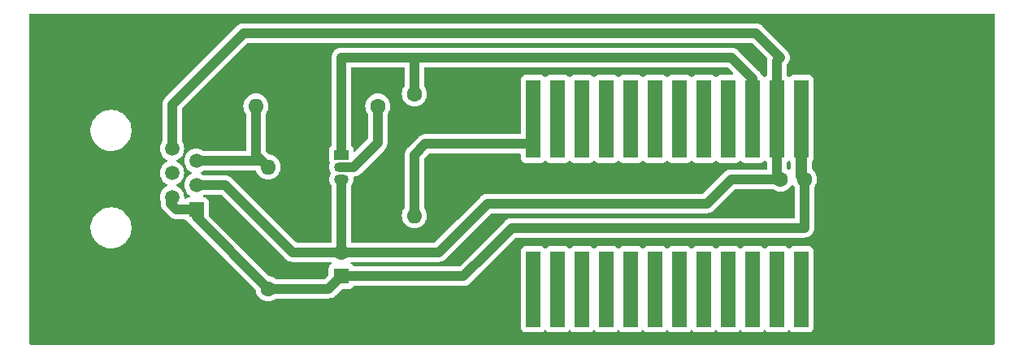
<source format=gbr>
%TF.GenerationSoftware,KiCad,Pcbnew,(6.0.9)*%
%TF.CreationDate,2022-11-20T18:13:40+01:00*%
%TF.ProjectId,esp32_ttgo_capaci,65737033-325f-4747-9467-6f5f63617061,rev?*%
%TF.SameCoordinates,Original*%
%TF.FileFunction,Copper,L1,Top*%
%TF.FilePolarity,Positive*%
%FSLAX46Y46*%
G04 Gerber Fmt 4.6, Leading zero omitted, Abs format (unit mm)*
G04 Created by KiCad (PCBNEW (6.0.9)) date 2022-11-20 18:13:40*
%MOMM*%
%LPD*%
G01*
G04 APERTURE LIST*
%TA.AperFunction,ComponentPad*%
%ADD10C,1.600000*%
%TD*%
%TA.AperFunction,ComponentPad*%
%ADD11O,1.600000X1.600000*%
%TD*%
%TA.AperFunction,ComponentPad*%
%ADD12R,1.600000X1.600000*%
%TD*%
%TA.AperFunction,ComponentPad*%
%ADD13R,1.500000X1.050000*%
%TD*%
%TA.AperFunction,ComponentPad*%
%ADD14O,1.500000X1.050000*%
%TD*%
%TA.AperFunction,ComponentPad*%
%ADD15R,1.524000X3.000000*%
%TD*%
%TA.AperFunction,ComponentPad*%
%ADD16R,1.520000X1.520000*%
%TD*%
%TA.AperFunction,ComponentPad*%
%ADD17C,1.520000*%
%TD*%
%TA.AperFunction,Conductor*%
%ADD18C,1.200000*%
%TD*%
%TA.AperFunction,Conductor*%
%ADD19C,1.000000*%
%TD*%
%TA.AperFunction,Conductor*%
%ADD20C,0.250000*%
%TD*%
G04 APERTURE END LIST*
D10*
%TO.P,R2,1*%
%TO.N,Net-(Q1-Pad1)*%
X55880000Y-21590000D03*
D11*
%TO.P,R2,2*%
%TO.N,Net-(R2-Pad2)*%
X55880000Y-34290000D03*
%TD*%
D12*
%TO.P,C1,1*%
%TO.N,Net-(J1-Pad1)*%
X48260000Y-40600000D03*
D10*
%TO.P,C1,2*%
%TO.N,GND*%
X48260000Y-38100000D03*
%TD*%
D13*
%TO.P,Q1,1,C*%
%TO.N,Net-(Q1-Pad1)*%
X48260000Y-27940000D03*
D14*
%TO.P,Q1,2,B*%
%TO.N,Net-(Q1-Pad2)*%
X48260000Y-29210000D03*
%TO.P,Q1,3,E*%
%TO.N,GND*%
X48260000Y-30480000D03*
%TD*%
D10*
%TO.P,R3,1*%
%TO.N,Net-(Q1-Pad2)*%
X52070000Y-22860000D03*
D11*
%TO.P,R3,2*%
%TO.N,Net-(J1-Pad5)*%
X39370000Y-22860000D03*
%TD*%
D10*
%TO.P,C2,1*%
%TO.N,Net-(J1-Pad1)*%
X96520000Y-30480000D03*
%TO.P,C2,2*%
%TO.N,GND*%
X94020000Y-30480000D03*
%TD*%
D15*
%TO.P,MCU1,1,5V*%
%TO.N,Net-(J1-Pad1)*%
X96175000Y-26797000D03*
X96175000Y-21590000D03*
X96175000Y-24257000D03*
%TO.P,MCU1,2,GND*%
%TO.N,GND*%
X93635000Y-26797000D03*
X93635000Y-21590000D03*
X93635000Y-24257000D03*
%TO.P,MCU1,3,GPIO27/ADC17/TOUCH7*%
%TO.N,Net-(Q1-Pad1)*%
X91095000Y-21590000D03*
X91095000Y-26797000D03*
X91095000Y-24257000D03*
%TO.P,MCU1,4,GPIO26/ADC19/DAC2*%
%TO.N,unconnected-(MCU1-Pad4)*%
X88555000Y-26797000D03*
X88555000Y-21590000D03*
X88555000Y-24257000D03*
%TO.P,MCU1,5,GPIO25/ADC18/DAC1*%
%TO.N,unconnected-(MCU1-Pad5)*%
X86015000Y-24257000D03*
X86015000Y-21590000D03*
X86015000Y-26797000D03*
%TO.P,MCU1,6,GPIO33/ADC5/TOUCH8*%
%TO.N,unconnected-(MCU1-Pad6)*%
X83475000Y-26797000D03*
X83475000Y-21590000D03*
X83475000Y-24257000D03*
%TO.P,MCU1,7,GPIO32/ADC4/TOUCH9*%
%TO.N,unconnected-(MCU1-Pad7)*%
X80935000Y-26797000D03*
X80935000Y-21590000D03*
X80935000Y-24257000D03*
%TO.P,MCU1,8,GPIO39/ADC3/SVN*%
%TO.N,unconnected-(MCU1-Pad8)*%
X78395000Y-26797000D03*
X78395000Y-24257000D03*
X78395000Y-21590000D03*
%TO.P,MCU1,9,GPIO38*%
%TO.N,unconnected-(MCU1-Pad9)*%
X75855000Y-21590000D03*
X75855000Y-24257000D03*
X75855000Y-26797000D03*
%TO.P,MCU1,10,GPIO37*%
%TO.N,unconnected-(MCU1-Pad10)*%
X73315000Y-26797000D03*
X73315000Y-24257000D03*
X73315000Y-21590000D03*
%TO.P,MCU1,11,GPIO36/ADC0*%
%TO.N,unconnected-(MCU1-Pad11)*%
X70775000Y-21590000D03*
X70775000Y-26797000D03*
X70775000Y-24257000D03*
%TO.P,MCU1,12,3V3*%
%TO.N,Net-(R2-Pad2)*%
X68235000Y-21590000D03*
X68235000Y-24257000D03*
X68235000Y-26797000D03*
%TO.P,MCU1,13,3V3*%
%TO.N,unconnected-(MCU1-Pad13)*%
X96175000Y-42037000D03*
X96175000Y-39497000D03*
X96175000Y-44450000D03*
%TO.P,MCU1,14,GND*%
%TO.N,unconnected-(MCU1-Pad14)*%
X93635000Y-44450000D03*
X93635000Y-39497000D03*
X93635000Y-42037000D03*
%TO.P,MCU1,15,GND*%
%TO.N,unconnected-(MCU1-Pad15)*%
X91095000Y-44450000D03*
X91095000Y-39497000D03*
X91095000Y-42037000D03*
%TO.P,MCU1,16,GPIO12/ADC15/TOUCH5*%
%TO.N,unconnected-(MCU1-Pad16)*%
X88555000Y-42037000D03*
X88555000Y-39497000D03*
X88555000Y-44450000D03*
%TO.P,MCU1,17,GPIO13/ADC14/TOUCH4*%
%TO.N,unconnected-(MCU1-Pad17)*%
X86015000Y-44450000D03*
X86015000Y-42037000D03*
X86015000Y-39497000D03*
%TO.P,MCU1,18,GPIO15/ADC13/TOUCH3*%
%TO.N,unconnected-(MCU1-Pad18)*%
X83475000Y-44450000D03*
X83475000Y-39497000D03*
X83475000Y-42037000D03*
%TO.P,MCU1,19,GPIO2/ADC12/TOUCH2*%
%TO.N,unconnected-(MCU1-Pad19)*%
X80935000Y-44450000D03*
X80935000Y-39497000D03*
X80935000Y-42037000D03*
%TO.P,MCU1,20,GPIO17*%
%TO.N,unconnected-(MCU1-Pad20)*%
X78395000Y-44450000D03*
X78395000Y-42037000D03*
X78395000Y-39497000D03*
%TO.P,MCU1,21,GPIO22/I2C_SCL*%
%TO.N,unconnected-(MCU1-Pad21)*%
X75855000Y-42037000D03*
X75855000Y-44450000D03*
X75855000Y-39497000D03*
%TO.P,MCU1,22,GPIO21/I2C_SDA*%
%TO.N,unconnected-(MCU1-Pad22)*%
X73315000Y-44450000D03*
X73315000Y-42037000D03*
X73315000Y-39497000D03*
%TO.P,MCU1,23,GND*%
%TO.N,unconnected-(MCU1-Pad23)*%
X70775000Y-42037000D03*
X70775000Y-39497000D03*
X70775000Y-44450000D03*
%TO.P,MCU1,24,GND*%
%TO.N,unconnected-(MCU1-Pad24)*%
X68235000Y-44450000D03*
X68235000Y-39497000D03*
X68235000Y-42037000D03*
%TD*%
D10*
%TO.P,R1,1*%
%TO.N,Net-(J1-Pad1)*%
X40640000Y-41910000D03*
D11*
%TO.P,R1,2*%
%TO.N,Net-(J1-Pad5)*%
X40640000Y-29210000D03*
%TD*%
D16*
%TO.P,J1,1*%
%TO.N,Net-(J1-Pad1)*%
X33170000Y-33650000D03*
D17*
%TO.P,J1,2*%
X30630000Y-32380000D03*
%TO.P,J1,3*%
%TO.N,GND*%
X33170000Y-31110000D03*
%TO.P,J1,4*%
%TO.N,unconnected-(J1-Pad4)*%
X30630000Y-29840000D03*
%TO.P,J1,5*%
%TO.N,Net-(J1-Pad5)*%
X33170000Y-28570000D03*
%TO.P,J1,6*%
%TO.N,GND*%
X30630000Y-27300000D03*
%TD*%
D18*
%TO.N,Net-(J1-Pad1)*%
X96175000Y-26797000D02*
X96175000Y-30135000D01*
D19*
X33170000Y-34440000D02*
X40640000Y-41910000D01*
X61000000Y-40600000D02*
X63500000Y-38100000D01*
X96520000Y-35560000D02*
X96520000Y-30480000D01*
X66040000Y-35560000D02*
X96520000Y-35560000D01*
X46950000Y-41910000D02*
X48260000Y-40600000D01*
X33170000Y-33650000D02*
X33170000Y-34440000D01*
X30480000Y-32530000D02*
X30630000Y-32380000D01*
X63500000Y-38100000D02*
X66040000Y-35560000D01*
X48260000Y-40600000D02*
X61000000Y-40600000D01*
X31110000Y-33650000D02*
X30480000Y-33020000D01*
X33170000Y-33650000D02*
X31110000Y-33650000D01*
X40640000Y-41910000D02*
X46950000Y-41910000D01*
X96520000Y-30480000D02*
X96175000Y-30135000D01*
X30480000Y-33020000D02*
X30480000Y-32530000D01*
%TO.N,Net-(Q1-Pad1)*%
X91095000Y-19975000D02*
X88900000Y-17780000D01*
X91095000Y-21590000D02*
X91095000Y-19975000D01*
X48260000Y-17780000D02*
X55880000Y-17780000D01*
X48260000Y-27940000D02*
X48260000Y-17780000D01*
X88900000Y-17780000D02*
X55880000Y-17780000D01*
X55880000Y-17780000D02*
X55880000Y-21590000D01*
%TO.N,GND*%
X93635000Y-26797000D02*
X93635000Y-30135000D01*
X93980000Y-17780000D02*
X93635000Y-18125000D01*
X58420000Y-38100000D02*
X48260000Y-38100000D01*
X94020000Y-30480000D02*
X88900000Y-30480000D01*
X30630000Y-27300000D02*
X30630000Y-22710000D01*
X63500000Y-33020000D02*
X58420000Y-38100000D01*
X48260000Y-38100000D02*
X43180000Y-38100000D01*
X91440000Y-15240000D02*
X93980000Y-17780000D01*
X86360000Y-33020000D02*
X63500000Y-33020000D01*
X36190000Y-31110000D02*
X33170000Y-31110000D01*
X93635000Y-18125000D02*
X93635000Y-21590000D01*
X38100000Y-15240000D02*
X91440000Y-15240000D01*
X43180000Y-38100000D02*
X36190000Y-31110000D01*
X93635000Y-30135000D02*
X93980000Y-30480000D01*
X30630000Y-22710000D02*
X38100000Y-15240000D01*
X48260000Y-30480000D02*
X48260000Y-38100000D01*
X88900000Y-30480000D02*
X86360000Y-33020000D01*
%TO.N,Net-(R2-Pad2)*%
X57023000Y-26797000D02*
X68235000Y-26797000D01*
X55880000Y-27940000D02*
X57023000Y-26797000D01*
X55880000Y-34290000D02*
X55880000Y-27940000D01*
%TO.N,Net-(Q1-Pad2)*%
X49530000Y-29210000D02*
X52070000Y-26670000D01*
X48260000Y-29210000D02*
X49530000Y-29210000D01*
X52070000Y-26670000D02*
X52070000Y-22860000D01*
D20*
%TO.N,unconnected-(MCU1-Pad5)*%
X86432000Y-25527000D02*
X86432000Y-23912000D01*
D19*
%TO.N,Net-(J1-Pad5)*%
X40000000Y-28570000D02*
X40640000Y-29210000D01*
X33170000Y-28570000D02*
X40000000Y-28570000D01*
X39370000Y-27940000D02*
X40640000Y-29210000D01*
X39370000Y-22860000D02*
X39370000Y-27940000D01*
%TD*%
%TA.AperFunction,NonConductor*%
G36*
X94994145Y-28588187D02*
G01*
X95005819Y-28601659D01*
X95041328Y-28649038D01*
X95066174Y-28715543D01*
X95066500Y-28724601D01*
X95066500Y-29373886D01*
X95046498Y-29442007D01*
X94992842Y-29488500D01*
X94922568Y-29498604D01*
X94864968Y-29472848D01*
X94864300Y-29473802D01*
X94697229Y-29356817D01*
X94652901Y-29301360D01*
X94643500Y-29253604D01*
X94643500Y-28810796D01*
X94663502Y-28742675D01*
X94693935Y-28709970D01*
X94753080Y-28665643D01*
X94753081Y-28665642D01*
X94760261Y-28660261D01*
X94804174Y-28601668D01*
X94861033Y-28559153D01*
X94931852Y-28554127D01*
X94994145Y-28588187D01*
G37*
%TD.AperFunction*%
%TA.AperFunction,NonConductor*%
G36*
X91038196Y-16268502D02*
G01*
X91059170Y-16285405D01*
X92604549Y-17830784D01*
X92638575Y-17893096D01*
X92640809Y-17932612D01*
X92632218Y-18017187D01*
X92632089Y-18018393D01*
X92626500Y-18068227D01*
X92626500Y-18071754D01*
X92626445Y-18072739D01*
X92625998Y-18078419D01*
X92621626Y-18121462D01*
X92622206Y-18127593D01*
X92625941Y-18167109D01*
X92626500Y-18178967D01*
X92626500Y-19576204D01*
X92606498Y-19644325D01*
X92576065Y-19677030D01*
X92509739Y-19726739D01*
X92504358Y-19733919D01*
X92465826Y-19785332D01*
X92408967Y-19827847D01*
X92338148Y-19832873D01*
X92275855Y-19798813D01*
X92264174Y-19785332D01*
X92225642Y-19733919D01*
X92220261Y-19726739D01*
X92103705Y-19639385D01*
X92095296Y-19636233D01*
X92095295Y-19636232D01*
X92092257Y-19635093D01*
X92089682Y-19633159D01*
X92087425Y-19631923D01*
X92087603Y-19631597D01*
X92035492Y-19592452D01*
X92025234Y-19576263D01*
X91988269Y-19506740D01*
X91987657Y-19505574D01*
X91947729Y-19428547D01*
X91944892Y-19423074D01*
X91941569Y-19418911D01*
X91939066Y-19414204D01*
X91880261Y-19342102D01*
X91879433Y-19341075D01*
X91850469Y-19304792D01*
X91850464Y-19304787D01*
X91848262Y-19302028D01*
X91845761Y-19299527D01*
X91845119Y-19298809D01*
X91841406Y-19294461D01*
X91833642Y-19284941D01*
X91814065Y-19260938D01*
X91809323Y-19257015D01*
X91809321Y-19257013D01*
X91778727Y-19231703D01*
X91769947Y-19223713D01*
X89656855Y-17110621D01*
X89647753Y-17100478D01*
X89627897Y-17075782D01*
X89624032Y-17070975D01*
X89585578Y-17038708D01*
X89581931Y-17035528D01*
X89580119Y-17033885D01*
X89577925Y-17031691D01*
X89544651Y-17004358D01*
X89543853Y-17003696D01*
X89472526Y-16943846D01*
X89467856Y-16941278D01*
X89463739Y-16937897D01*
X89381914Y-16894023D01*
X89380755Y-16893394D01*
X89304619Y-16851538D01*
X89304611Y-16851535D01*
X89299213Y-16848567D01*
X89294131Y-16846955D01*
X89289437Y-16844438D01*
X89200469Y-16817238D01*
X89199441Y-16816918D01*
X89110694Y-16788765D01*
X89105398Y-16788171D01*
X89100302Y-16786613D01*
X89007743Y-16777210D01*
X89006607Y-16777089D01*
X88972992Y-16773319D01*
X88960270Y-16771892D01*
X88960266Y-16771892D01*
X88956773Y-16771500D01*
X88953246Y-16771500D01*
X88952261Y-16771445D01*
X88946581Y-16770998D01*
X88917175Y-16768011D01*
X88909663Y-16767248D01*
X88909661Y-16767248D01*
X88903538Y-16766626D01*
X88861259Y-16770623D01*
X88857891Y-16770941D01*
X88846033Y-16771500D01*
X55939873Y-16771500D01*
X55926703Y-16770810D01*
X55893204Y-16767289D01*
X55893202Y-16767289D01*
X55887075Y-16766645D01*
X55839430Y-16770981D01*
X55828010Y-16771500D01*
X48319873Y-16771500D01*
X48306703Y-16770810D01*
X48273204Y-16767289D01*
X48273202Y-16767289D01*
X48267075Y-16766645D01*
X48216827Y-16771218D01*
X48212793Y-16771500D01*
X48210231Y-16771500D01*
X48207173Y-16771800D01*
X48207169Y-16771800D01*
X48165404Y-16775895D01*
X48164529Y-16775977D01*
X48152432Y-16777078D01*
X48070112Y-16784570D01*
X48066703Y-16785573D01*
X48063167Y-16785920D01*
X47972279Y-16813361D01*
X47971610Y-16813561D01*
X47880381Y-16840410D01*
X47877228Y-16842058D01*
X47873831Y-16843084D01*
X47868401Y-16845971D01*
X47868399Y-16845972D01*
X47862650Y-16849029D01*
X47789899Y-16887711D01*
X47789319Y-16888016D01*
X47705110Y-16932040D01*
X47702342Y-16934265D01*
X47699204Y-16935934D01*
X47694426Y-16939831D01*
X47625628Y-16995941D01*
X47624944Y-16996494D01*
X47555782Y-17052102D01*
X47555776Y-17052108D01*
X47550975Y-17055968D01*
X47548692Y-17058689D01*
X47545938Y-17060935D01*
X47542011Y-17065682D01*
X47542009Y-17065684D01*
X47518627Y-17093949D01*
X47505529Y-17109782D01*
X47485441Y-17134064D01*
X47484935Y-17134671D01*
X47423846Y-17207474D01*
X47422134Y-17210589D01*
X47419870Y-17213325D01*
X47416939Y-17218746D01*
X47374700Y-17296865D01*
X47374298Y-17297603D01*
X47328567Y-17380787D01*
X47327494Y-17384170D01*
X47325802Y-17387299D01*
X47322767Y-17397104D01*
X47297725Y-17478002D01*
X47297468Y-17478822D01*
X47268765Y-17569306D01*
X47268369Y-17572837D01*
X47267318Y-17576232D01*
X47264849Y-17599724D01*
X47257396Y-17670638D01*
X47257311Y-17671421D01*
X47251500Y-17723227D01*
X47251500Y-17725800D01*
X47251180Y-17729776D01*
X47246645Y-17772925D01*
X47247204Y-17779065D01*
X47250981Y-17820570D01*
X47251500Y-17831990D01*
X47251500Y-26910198D01*
X47231498Y-26978319D01*
X47201065Y-27011024D01*
X47146739Y-27051739D01*
X47059385Y-27168295D01*
X47008255Y-27304684D01*
X47001500Y-27366866D01*
X47001500Y-28513134D01*
X47008255Y-28575316D01*
X47011029Y-28582715D01*
X47056232Y-28703296D01*
X47056234Y-28703299D01*
X47059385Y-28711705D01*
X47064773Y-28718894D01*
X47064906Y-28719137D01*
X47080076Y-28788494D01*
X47074752Y-28816907D01*
X47017710Y-29001180D01*
X46996524Y-29202750D01*
X46997083Y-29208890D01*
X47013018Y-29383979D01*
X47014894Y-29404596D01*
X47016632Y-29410502D01*
X47016633Y-29410506D01*
X47055942Y-29544063D01*
X47072119Y-29599029D01*
X47074972Y-29604486D01*
X47074973Y-29604489D01*
X47106202Y-29664225D01*
X47165923Y-29778460D01*
X47165923Y-29778462D01*
X47166019Y-29778645D01*
X47165984Y-29778663D01*
X47185889Y-29844441D01*
X47170729Y-29905409D01*
X47077644Y-30077565D01*
X47048214Y-30172637D01*
X47021978Y-30257393D01*
X47017710Y-30271180D01*
X47017066Y-30277305D01*
X47017066Y-30277306D01*
X47007459Y-30368709D01*
X46996524Y-30472750D01*
X46999370Y-30504022D01*
X47013018Y-30653979D01*
X47014894Y-30674596D01*
X47072119Y-30869029D01*
X47074972Y-30874486D01*
X47074973Y-30874489D01*
X47100822Y-30923933D01*
X47166019Y-31048645D01*
X47169879Y-31053445D01*
X47169879Y-31053446D01*
X47223697Y-31120382D01*
X47250793Y-31186004D01*
X47251500Y-31199334D01*
X47251500Y-36965500D01*
X47231498Y-37033621D01*
X47177842Y-37080114D01*
X47125500Y-37091500D01*
X43649924Y-37091500D01*
X43581803Y-37071498D01*
X43560829Y-37054595D01*
X36946855Y-30440621D01*
X36937753Y-30430478D01*
X36917897Y-30405782D01*
X36914032Y-30400975D01*
X36875578Y-30368708D01*
X36871931Y-30365528D01*
X36870119Y-30363885D01*
X36867925Y-30361691D01*
X36834651Y-30334358D01*
X36833853Y-30333696D01*
X36762526Y-30273846D01*
X36757856Y-30271278D01*
X36753739Y-30267897D01*
X36671914Y-30224023D01*
X36670755Y-30223394D01*
X36594619Y-30181538D01*
X36594611Y-30181535D01*
X36589213Y-30178567D01*
X36584131Y-30176955D01*
X36579437Y-30174438D01*
X36490469Y-30147238D01*
X36489435Y-30146916D01*
X36400694Y-30118765D01*
X36395398Y-30118171D01*
X36390302Y-30116613D01*
X36297743Y-30107210D01*
X36296607Y-30107089D01*
X36259844Y-30102966D01*
X36250270Y-30101892D01*
X36250266Y-30101892D01*
X36246773Y-30101500D01*
X36243246Y-30101500D01*
X36242261Y-30101445D01*
X36236581Y-30100998D01*
X36207175Y-30098011D01*
X36199663Y-30097248D01*
X36199661Y-30097248D01*
X36193538Y-30096626D01*
X36151259Y-30100623D01*
X36147891Y-30100941D01*
X36136033Y-30101500D01*
X33981002Y-30101500D01*
X33908731Y-30078713D01*
X33883597Y-30061114D01*
X33806673Y-30007251D01*
X33801691Y-30004928D01*
X33801686Y-30004925D01*
X33692894Y-29954195D01*
X33639609Y-29907278D01*
X33620148Y-29839000D01*
X33640690Y-29771041D01*
X33692894Y-29725805D01*
X33801686Y-29675075D01*
X33801691Y-29675072D01*
X33806673Y-29672749D01*
X33908731Y-29601287D01*
X33981002Y-29578500D01*
X39288612Y-29578500D01*
X39356733Y-29598502D01*
X39403226Y-29652158D01*
X39404937Y-29656337D01*
X39405716Y-29659243D01*
X39436754Y-29725805D01*
X39500151Y-29861762D01*
X39500154Y-29861767D01*
X39502477Y-29866749D01*
X39570056Y-29963262D01*
X39613829Y-30025775D01*
X39633802Y-30054300D01*
X39795700Y-30216198D01*
X39800208Y-30219355D01*
X39800211Y-30219357D01*
X39846706Y-30251913D01*
X39983251Y-30347523D01*
X39988233Y-30349846D01*
X39988238Y-30349849D01*
X40185775Y-30441961D01*
X40190757Y-30444284D01*
X40196065Y-30445706D01*
X40196067Y-30445707D01*
X40406598Y-30502119D01*
X40406600Y-30502119D01*
X40411913Y-30503543D01*
X40640000Y-30523498D01*
X40868087Y-30503543D01*
X40873400Y-30502119D01*
X40873402Y-30502119D01*
X41083933Y-30445707D01*
X41083935Y-30445706D01*
X41089243Y-30444284D01*
X41094225Y-30441961D01*
X41291762Y-30349849D01*
X41291767Y-30349846D01*
X41296749Y-30347523D01*
X41433294Y-30251913D01*
X41479789Y-30219357D01*
X41479792Y-30219355D01*
X41484300Y-30216198D01*
X41646198Y-30054300D01*
X41666172Y-30025775D01*
X41709944Y-29963262D01*
X41777523Y-29866749D01*
X41779846Y-29861767D01*
X41779849Y-29861762D01*
X41871961Y-29664225D01*
X41871961Y-29664224D01*
X41874284Y-29659243D01*
X41876183Y-29652158D01*
X41932119Y-29443402D01*
X41932119Y-29443400D01*
X41933543Y-29438087D01*
X41953498Y-29210000D01*
X41933543Y-28981913D01*
X41903143Y-28868458D01*
X41875707Y-28766067D01*
X41875706Y-28766065D01*
X41874284Y-28760757D01*
X41863323Y-28737251D01*
X41779849Y-28558238D01*
X41779846Y-28558233D01*
X41777523Y-28553251D01*
X41680519Y-28414715D01*
X41649357Y-28370211D01*
X41649355Y-28370208D01*
X41646198Y-28365700D01*
X41484300Y-28203802D01*
X41479792Y-28200645D01*
X41479789Y-28200643D01*
X41378197Y-28129508D01*
X41296749Y-28072477D01*
X41291767Y-28070154D01*
X41291762Y-28070151D01*
X41094225Y-27978039D01*
X41094224Y-27978039D01*
X41089243Y-27975716D01*
X41083935Y-27974294D01*
X41083933Y-27974293D01*
X40965627Y-27942593D01*
X40868087Y-27916457D01*
X40862605Y-27915977D01*
X40862597Y-27915976D01*
X40814654Y-27911781D01*
X40748536Y-27885918D01*
X40732352Y-27870034D01*
X40732203Y-27870180D01*
X40727900Y-27865786D01*
X40724032Y-27860975D01*
X40685836Y-27828925D01*
X40677732Y-27821498D01*
X40415405Y-27559171D01*
X40381379Y-27496859D01*
X40378500Y-27470076D01*
X40378500Y-23740740D01*
X40401287Y-23668469D01*
X40459721Y-23585017D01*
X40507523Y-23516749D01*
X40509846Y-23511767D01*
X40509849Y-23511762D01*
X40601961Y-23314225D01*
X40601961Y-23314224D01*
X40604284Y-23309243D01*
X40611850Y-23281009D01*
X40662119Y-23093402D01*
X40662119Y-23093400D01*
X40663543Y-23088087D01*
X40683498Y-22860000D01*
X40663543Y-22631913D01*
X40662119Y-22626598D01*
X40605707Y-22416067D01*
X40605706Y-22416065D01*
X40604284Y-22410757D01*
X40564974Y-22326456D01*
X40509849Y-22208238D01*
X40509846Y-22208233D01*
X40507523Y-22203251D01*
X40410849Y-22065186D01*
X40379357Y-22020211D01*
X40379355Y-22020208D01*
X40376198Y-22015700D01*
X40214300Y-21853802D01*
X40209792Y-21850645D01*
X40209789Y-21850643D01*
X40131611Y-21795902D01*
X40026749Y-21722477D01*
X40021767Y-21720154D01*
X40021762Y-21720151D01*
X39824225Y-21628039D01*
X39824224Y-21628039D01*
X39819243Y-21625716D01*
X39813935Y-21624294D01*
X39813933Y-21624293D01*
X39603402Y-21567881D01*
X39603400Y-21567881D01*
X39598087Y-21566457D01*
X39370000Y-21546502D01*
X39141913Y-21566457D01*
X39136600Y-21567881D01*
X39136598Y-21567881D01*
X38926067Y-21624293D01*
X38926065Y-21624294D01*
X38920757Y-21625716D01*
X38915776Y-21628039D01*
X38915775Y-21628039D01*
X38718238Y-21720151D01*
X38718233Y-21720154D01*
X38713251Y-21722477D01*
X38608389Y-21795902D01*
X38530211Y-21850643D01*
X38530208Y-21850645D01*
X38525700Y-21853802D01*
X38363802Y-22015700D01*
X38360645Y-22020208D01*
X38360643Y-22020211D01*
X38329151Y-22065186D01*
X38232477Y-22203251D01*
X38230154Y-22208233D01*
X38230151Y-22208238D01*
X38175026Y-22326456D01*
X38135716Y-22410757D01*
X38134294Y-22416065D01*
X38134293Y-22416067D01*
X38077881Y-22626598D01*
X38076457Y-22631913D01*
X38056502Y-22860000D01*
X38076457Y-23088087D01*
X38077881Y-23093400D01*
X38077881Y-23093402D01*
X38128151Y-23281009D01*
X38135716Y-23309243D01*
X38138039Y-23314224D01*
X38138039Y-23314225D01*
X38230151Y-23511762D01*
X38230154Y-23511767D01*
X38232477Y-23516749D01*
X38280279Y-23585017D01*
X38338713Y-23668469D01*
X38361500Y-23740740D01*
X38361500Y-27435500D01*
X38341498Y-27503621D01*
X38287842Y-27550114D01*
X38235500Y-27561500D01*
X33981002Y-27561500D01*
X33908731Y-27538713D01*
X33874338Y-27514631D01*
X33806673Y-27467251D01*
X33801691Y-27464928D01*
X33801686Y-27464925D01*
X33610492Y-27375770D01*
X33610491Y-27375769D01*
X33605510Y-27373447D01*
X33600202Y-27372025D01*
X33600200Y-27372024D01*
X33396429Y-27317424D01*
X33396427Y-27317424D01*
X33391114Y-27316000D01*
X33170000Y-27296655D01*
X32948886Y-27316000D01*
X32943573Y-27317424D01*
X32943571Y-27317424D01*
X32739800Y-27372024D01*
X32739798Y-27372025D01*
X32734490Y-27373447D01*
X32729510Y-27375769D01*
X32729508Y-27375770D01*
X32538315Y-27464925D01*
X32538310Y-27464928D01*
X32533328Y-27467251D01*
X32528821Y-27470407D01*
X32528819Y-27470408D01*
X32356021Y-27591402D01*
X32356018Y-27591404D01*
X32351510Y-27594561D01*
X32194561Y-27751510D01*
X32191404Y-27756018D01*
X32191402Y-27756021D01*
X32085468Y-27907311D01*
X32067251Y-27933328D01*
X32064928Y-27938310D01*
X32064925Y-27938315D01*
X32038974Y-27993967D01*
X31973447Y-28134490D01*
X31972025Y-28139798D01*
X31972024Y-28139800D01*
X31923517Y-28320831D01*
X31916000Y-28348886D01*
X31896655Y-28570000D01*
X31916000Y-28791114D01*
X31917424Y-28796427D01*
X31917424Y-28796429D01*
X31970710Y-28995294D01*
X31973447Y-29005510D01*
X31975769Y-29010490D01*
X31975770Y-29010492D01*
X32064925Y-29201685D01*
X32064928Y-29201690D01*
X32067251Y-29206672D01*
X32194561Y-29388490D01*
X32351510Y-29545439D01*
X32356018Y-29548596D01*
X32356021Y-29548598D01*
X32398726Y-29578500D01*
X32533327Y-29672749D01*
X32538309Y-29675072D01*
X32538314Y-29675075D01*
X32647106Y-29725805D01*
X32700391Y-29772722D01*
X32719852Y-29841000D01*
X32699310Y-29908959D01*
X32647106Y-29954195D01*
X32538315Y-30004925D01*
X32538310Y-30004928D01*
X32533328Y-30007251D01*
X32528821Y-30010407D01*
X32528819Y-30010408D01*
X32356021Y-30131402D01*
X32356018Y-30131404D01*
X32351510Y-30134561D01*
X32194561Y-30291510D01*
X32191404Y-30296018D01*
X32191402Y-30296021D01*
X32070408Y-30468819D01*
X32067251Y-30473328D01*
X32064928Y-30478310D01*
X32064925Y-30478315D01*
X32043856Y-30523498D01*
X31973447Y-30674490D01*
X31972025Y-30679798D01*
X31972024Y-30679800D01*
X31917424Y-30883571D01*
X31916000Y-30888886D01*
X31896655Y-31110000D01*
X31916000Y-31331114D01*
X31917424Y-31336427D01*
X31917424Y-31336429D01*
X31934834Y-31401402D01*
X31973447Y-31545510D01*
X31975769Y-31550490D01*
X31975770Y-31550492D01*
X32064925Y-31741685D01*
X32064928Y-31741690D01*
X32067251Y-31746672D01*
X32070407Y-31751179D01*
X32070408Y-31751181D01*
X32086402Y-31774022D01*
X32194561Y-31928490D01*
X32351510Y-32085439D01*
X32356018Y-32088596D01*
X32356021Y-32088598D01*
X32398726Y-32118500D01*
X32446978Y-32152286D01*
X32446979Y-32152287D01*
X32491307Y-32207744D01*
X32498616Y-32278363D01*
X32466585Y-32341724D01*
X32405384Y-32377709D01*
X32374708Y-32381500D01*
X32361866Y-32381500D01*
X32299684Y-32388255D01*
X32163295Y-32439385D01*
X32156110Y-32444770D01*
X32156108Y-32444771D01*
X32104431Y-32483501D01*
X32037924Y-32508349D01*
X31968542Y-32493296D01*
X31918312Y-32443122D01*
X31903048Y-32383389D01*
X31903345Y-32380000D01*
X31884000Y-32158886D01*
X31873179Y-32118500D01*
X31827976Y-31949800D01*
X31827975Y-31949798D01*
X31826553Y-31944490D01*
X31756144Y-31793498D01*
X31735075Y-31748315D01*
X31735072Y-31748310D01*
X31732749Y-31743328D01*
X31710786Y-31711961D01*
X31608598Y-31566021D01*
X31608596Y-31566018D01*
X31605439Y-31561510D01*
X31448490Y-31404561D01*
X31443982Y-31401404D01*
X31443979Y-31401402D01*
X31327423Y-31319789D01*
X31266673Y-31277251D01*
X31261691Y-31274928D01*
X31261686Y-31274925D01*
X31152894Y-31224195D01*
X31099609Y-31177278D01*
X31080148Y-31109000D01*
X31100690Y-31041041D01*
X31152894Y-30995805D01*
X31261686Y-30945075D01*
X31261691Y-30945072D01*
X31266673Y-30942749D01*
X31380395Y-30863120D01*
X31443979Y-30818598D01*
X31443982Y-30818596D01*
X31448490Y-30815439D01*
X31605439Y-30658490D01*
X31713599Y-30504022D01*
X31729592Y-30481181D01*
X31729593Y-30481179D01*
X31732749Y-30476672D01*
X31735072Y-30471690D01*
X31735075Y-30471685D01*
X31824230Y-30280492D01*
X31824231Y-30280490D01*
X31826553Y-30275510D01*
X31831408Y-30257393D01*
X31882576Y-30066429D01*
X31882576Y-30066427D01*
X31884000Y-30061114D01*
X31903345Y-29840000D01*
X31884000Y-29618886D01*
X31880142Y-29604489D01*
X31827976Y-29409800D01*
X31827975Y-29409798D01*
X31826553Y-29404490D01*
X31801906Y-29351634D01*
X31735075Y-29208315D01*
X31735072Y-29208310D01*
X31732749Y-29203328D01*
X31729592Y-29198819D01*
X31608598Y-29026021D01*
X31608596Y-29026018D01*
X31605439Y-29021510D01*
X31448490Y-28864561D01*
X31443982Y-28861404D01*
X31443979Y-28861402D01*
X31351188Y-28796429D01*
X31266673Y-28737251D01*
X31261691Y-28734928D01*
X31261686Y-28734925D01*
X31152894Y-28684195D01*
X31099609Y-28637278D01*
X31080148Y-28569000D01*
X31100690Y-28501041D01*
X31152894Y-28455805D01*
X31261686Y-28405075D01*
X31261691Y-28405072D01*
X31266673Y-28402749D01*
X31383664Y-28320831D01*
X31443979Y-28278598D01*
X31443982Y-28278596D01*
X31448490Y-28275439D01*
X31605439Y-28118490D01*
X31639287Y-28070151D01*
X31729592Y-27941181D01*
X31729593Y-27941179D01*
X31732749Y-27936672D01*
X31735072Y-27931690D01*
X31735075Y-27931685D01*
X31824230Y-27740492D01*
X31824231Y-27740490D01*
X31826553Y-27735510D01*
X31828216Y-27729306D01*
X31882576Y-27526429D01*
X31882576Y-27526427D01*
X31884000Y-27521114D01*
X31903345Y-27300000D01*
X31884000Y-27078886D01*
X31880113Y-27064378D01*
X31827976Y-26869800D01*
X31827975Y-26869798D01*
X31826553Y-26864490D01*
X31818625Y-26847489D01*
X31735072Y-26668309D01*
X31735070Y-26668306D01*
X31732749Y-26663328D01*
X31661287Y-26561269D01*
X31638500Y-26488999D01*
X31638500Y-23179925D01*
X31658502Y-23111804D01*
X31675405Y-23090830D01*
X38480829Y-16285405D01*
X38543141Y-16251379D01*
X38569924Y-16248500D01*
X90970075Y-16248500D01*
X91038196Y-16268502D01*
G37*
%TD.AperFunction*%
%TA.AperFunction,NonConductor*%
G36*
X54813621Y-18808502D02*
G01*
X54860114Y-18862158D01*
X54871500Y-18914500D01*
X54871500Y-20709260D01*
X54848713Y-20781531D01*
X54742477Y-20933251D01*
X54740154Y-20938233D01*
X54740151Y-20938238D01*
X54648039Y-21135775D01*
X54645716Y-21140757D01*
X54586457Y-21361913D01*
X54566502Y-21590000D01*
X54586457Y-21818087D01*
X54587881Y-21823400D01*
X54587881Y-21823402D01*
X54642804Y-22028374D01*
X54645716Y-22039243D01*
X54648039Y-22044224D01*
X54648039Y-22044225D01*
X54740151Y-22241762D01*
X54740154Y-22241767D01*
X54742477Y-22246749D01*
X54791259Y-22316417D01*
X54856823Y-22410051D01*
X54873802Y-22434300D01*
X55035700Y-22596198D01*
X55040208Y-22599355D01*
X55040211Y-22599357D01*
X55086706Y-22631913D01*
X55223251Y-22727523D01*
X55228233Y-22729846D01*
X55228238Y-22729849D01*
X55425775Y-22821961D01*
X55430757Y-22824284D01*
X55436065Y-22825706D01*
X55436067Y-22825707D01*
X55646598Y-22882119D01*
X55646600Y-22882119D01*
X55651913Y-22883543D01*
X55880000Y-22903498D01*
X56108087Y-22883543D01*
X56113400Y-22882119D01*
X56113402Y-22882119D01*
X56323933Y-22825707D01*
X56323935Y-22825706D01*
X56329243Y-22824284D01*
X56334225Y-22821961D01*
X56531762Y-22729849D01*
X56531767Y-22729846D01*
X56536749Y-22727523D01*
X56673294Y-22631913D01*
X56719789Y-22599357D01*
X56719792Y-22599355D01*
X56724300Y-22596198D01*
X56886198Y-22434300D01*
X56903178Y-22410051D01*
X56968741Y-22316417D01*
X57017523Y-22246749D01*
X57019846Y-22241767D01*
X57019849Y-22241762D01*
X57111961Y-22044225D01*
X57111961Y-22044224D01*
X57114284Y-22039243D01*
X57117197Y-22028374D01*
X57172119Y-21823402D01*
X57172119Y-21823400D01*
X57173543Y-21818087D01*
X57193498Y-21590000D01*
X57173543Y-21361913D01*
X57114284Y-21140757D01*
X57111961Y-21135775D01*
X57019849Y-20938238D01*
X57019846Y-20938233D01*
X57017523Y-20933251D01*
X56911287Y-20781531D01*
X56888500Y-20709260D01*
X56888500Y-18914500D01*
X56908502Y-18846379D01*
X56962158Y-18799886D01*
X57014500Y-18788500D01*
X88430075Y-18788500D01*
X88498196Y-18808502D01*
X88519170Y-18825405D01*
X89060170Y-19366405D01*
X89094196Y-19428717D01*
X89089131Y-19499532D01*
X89046584Y-19556368D01*
X88980064Y-19581179D01*
X88971075Y-19581500D01*
X87744866Y-19581500D01*
X87682684Y-19588255D01*
X87546295Y-19639385D01*
X87429739Y-19726739D01*
X87424358Y-19733919D01*
X87385826Y-19785332D01*
X87328967Y-19827847D01*
X87258148Y-19832873D01*
X87195855Y-19798813D01*
X87184174Y-19785332D01*
X87145642Y-19733919D01*
X87140261Y-19726739D01*
X87023705Y-19639385D01*
X86887316Y-19588255D01*
X86825134Y-19581500D01*
X85204866Y-19581500D01*
X85142684Y-19588255D01*
X85006295Y-19639385D01*
X84889739Y-19726739D01*
X84884358Y-19733919D01*
X84845826Y-19785332D01*
X84788967Y-19827847D01*
X84718148Y-19832873D01*
X84655855Y-19798813D01*
X84644174Y-19785332D01*
X84605642Y-19733919D01*
X84600261Y-19726739D01*
X84483705Y-19639385D01*
X84347316Y-19588255D01*
X84285134Y-19581500D01*
X82664866Y-19581500D01*
X82602684Y-19588255D01*
X82466295Y-19639385D01*
X82349739Y-19726739D01*
X82344358Y-19733919D01*
X82305826Y-19785332D01*
X82248967Y-19827847D01*
X82178148Y-19832873D01*
X82115855Y-19798813D01*
X82104174Y-19785332D01*
X82065642Y-19733919D01*
X82060261Y-19726739D01*
X81943705Y-19639385D01*
X81807316Y-19588255D01*
X81745134Y-19581500D01*
X80124866Y-19581500D01*
X80062684Y-19588255D01*
X79926295Y-19639385D01*
X79809739Y-19726739D01*
X79804358Y-19733919D01*
X79765826Y-19785332D01*
X79708967Y-19827847D01*
X79638148Y-19832873D01*
X79575855Y-19798813D01*
X79564174Y-19785332D01*
X79525642Y-19733919D01*
X79520261Y-19726739D01*
X79403705Y-19639385D01*
X79267316Y-19588255D01*
X79205134Y-19581500D01*
X77584866Y-19581500D01*
X77522684Y-19588255D01*
X77386295Y-19639385D01*
X77269739Y-19726739D01*
X77264358Y-19733919D01*
X77225826Y-19785332D01*
X77168967Y-19827847D01*
X77098148Y-19832873D01*
X77035855Y-19798813D01*
X77024174Y-19785332D01*
X76985642Y-19733919D01*
X76980261Y-19726739D01*
X76863705Y-19639385D01*
X76727316Y-19588255D01*
X76665134Y-19581500D01*
X75044866Y-19581500D01*
X74982684Y-19588255D01*
X74846295Y-19639385D01*
X74729739Y-19726739D01*
X74724358Y-19733919D01*
X74685826Y-19785332D01*
X74628967Y-19827847D01*
X74558148Y-19832873D01*
X74495855Y-19798813D01*
X74484174Y-19785332D01*
X74445642Y-19733919D01*
X74440261Y-19726739D01*
X74323705Y-19639385D01*
X74187316Y-19588255D01*
X74125134Y-19581500D01*
X72504866Y-19581500D01*
X72442684Y-19588255D01*
X72306295Y-19639385D01*
X72189739Y-19726739D01*
X72184358Y-19733919D01*
X72145826Y-19785332D01*
X72088967Y-19827847D01*
X72018148Y-19832873D01*
X71955855Y-19798813D01*
X71944174Y-19785332D01*
X71905642Y-19733919D01*
X71900261Y-19726739D01*
X71783705Y-19639385D01*
X71647316Y-19588255D01*
X71585134Y-19581500D01*
X69964866Y-19581500D01*
X69902684Y-19588255D01*
X69766295Y-19639385D01*
X69649739Y-19726739D01*
X69644358Y-19733919D01*
X69605826Y-19785332D01*
X69548967Y-19827847D01*
X69478148Y-19832873D01*
X69415855Y-19798813D01*
X69404174Y-19785332D01*
X69365642Y-19733919D01*
X69360261Y-19726739D01*
X69243705Y-19639385D01*
X69107316Y-19588255D01*
X69045134Y-19581500D01*
X67424866Y-19581500D01*
X67362684Y-19588255D01*
X67226295Y-19639385D01*
X67109739Y-19726739D01*
X67022385Y-19843295D01*
X66971255Y-19979684D01*
X66964500Y-20041866D01*
X66964500Y-25662500D01*
X66944498Y-25730621D01*
X66890842Y-25777114D01*
X66838500Y-25788500D01*
X57084842Y-25788500D01*
X57071235Y-25787763D01*
X57039737Y-25784341D01*
X57039732Y-25784341D01*
X57033611Y-25783676D01*
X57015611Y-25785251D01*
X56983609Y-25788050D01*
X56978784Y-25788379D01*
X56976313Y-25788500D01*
X56973231Y-25788500D01*
X56950763Y-25790703D01*
X56930489Y-25792691D01*
X56929174Y-25792813D01*
X56896913Y-25795636D01*
X56836587Y-25800913D01*
X56831468Y-25802400D01*
X56826167Y-25802920D01*
X56737166Y-25829791D01*
X56736033Y-25830126D01*
X56652586Y-25854370D01*
X56652582Y-25854372D01*
X56646664Y-25856091D01*
X56641932Y-25858544D01*
X56636831Y-25860084D01*
X56631388Y-25862978D01*
X56554740Y-25903731D01*
X56553574Y-25904343D01*
X56476547Y-25944271D01*
X56471074Y-25947108D01*
X56466911Y-25950431D01*
X56462204Y-25952934D01*
X56390082Y-26011755D01*
X56389226Y-26012446D01*
X56350027Y-26043738D01*
X56347523Y-26046242D01*
X56346805Y-26046884D01*
X56342472Y-26050585D01*
X56308938Y-26077935D01*
X56305011Y-26082682D01*
X56305009Y-26082684D01*
X56279713Y-26113262D01*
X56271723Y-26122042D01*
X55210621Y-27183145D01*
X55200478Y-27192247D01*
X55170975Y-27215968D01*
X55156236Y-27233533D01*
X55138709Y-27254421D01*
X55135528Y-27258069D01*
X55133885Y-27259881D01*
X55131691Y-27262075D01*
X55104358Y-27295349D01*
X55103696Y-27296147D01*
X55043846Y-27367474D01*
X55041278Y-27372144D01*
X55037897Y-27376261D01*
X55010771Y-27426851D01*
X54994023Y-27458086D01*
X54993394Y-27459245D01*
X54951538Y-27535381D01*
X54951535Y-27535389D01*
X54948567Y-27540787D01*
X54946955Y-27545869D01*
X54944438Y-27550563D01*
X54917238Y-27639531D01*
X54916918Y-27640559D01*
X54888765Y-27729306D01*
X54888171Y-27734602D01*
X54886613Y-27739698D01*
X54878304Y-27821498D01*
X54877218Y-27832187D01*
X54877089Y-27833393D01*
X54871500Y-27883227D01*
X54871500Y-27886754D01*
X54871445Y-27887739D01*
X54870998Y-27893419D01*
X54866626Y-27936462D01*
X54867206Y-27942593D01*
X54870941Y-27982109D01*
X54871500Y-27993967D01*
X54871500Y-33409260D01*
X54848713Y-33481531D01*
X54742477Y-33633251D01*
X54740154Y-33638233D01*
X54740151Y-33638238D01*
X54648039Y-33835775D01*
X54645716Y-33840757D01*
X54644294Y-33846065D01*
X54644293Y-33846067D01*
X54594261Y-34032787D01*
X54586457Y-34061913D01*
X54566502Y-34290000D01*
X54586457Y-34518087D01*
X54587881Y-34523400D01*
X54587881Y-34523402D01*
X54638800Y-34713431D01*
X54645716Y-34739243D01*
X54648039Y-34744224D01*
X54648039Y-34744225D01*
X54740151Y-34941762D01*
X54740154Y-34941767D01*
X54742477Y-34946749D01*
X54780033Y-35000384D01*
X54861125Y-35116195D01*
X54873802Y-35134300D01*
X55035700Y-35296198D01*
X55040208Y-35299355D01*
X55040211Y-35299357D01*
X55118389Y-35354098D01*
X55223251Y-35427523D01*
X55228233Y-35429846D01*
X55228238Y-35429849D01*
X55395857Y-35508010D01*
X55430757Y-35524284D01*
X55436065Y-35525706D01*
X55436067Y-35525707D01*
X55646598Y-35582119D01*
X55646600Y-35582119D01*
X55651913Y-35583543D01*
X55880000Y-35603498D01*
X56108087Y-35583543D01*
X56113400Y-35582119D01*
X56113402Y-35582119D01*
X56323933Y-35525707D01*
X56323935Y-35525706D01*
X56329243Y-35524284D01*
X56364143Y-35508010D01*
X56531762Y-35429849D01*
X56531767Y-35429846D01*
X56536749Y-35427523D01*
X56641611Y-35354098D01*
X56719789Y-35299357D01*
X56719792Y-35299355D01*
X56724300Y-35296198D01*
X56886198Y-35134300D01*
X56898876Y-35116195D01*
X56979967Y-35000384D01*
X57017523Y-34946749D01*
X57019846Y-34941767D01*
X57019849Y-34941762D01*
X57111961Y-34744225D01*
X57111961Y-34744224D01*
X57114284Y-34739243D01*
X57121201Y-34713431D01*
X57172119Y-34523402D01*
X57172119Y-34523400D01*
X57173543Y-34518087D01*
X57193498Y-34290000D01*
X57173543Y-34061913D01*
X57165739Y-34032787D01*
X57115707Y-33846067D01*
X57115706Y-33846065D01*
X57114284Y-33840757D01*
X57111961Y-33835775D01*
X57019849Y-33638238D01*
X57019846Y-33638233D01*
X57017523Y-33633251D01*
X56911287Y-33481531D01*
X56888500Y-33409260D01*
X56888500Y-28409926D01*
X56908502Y-28341805D01*
X56925404Y-28320831D01*
X57403829Y-27842405D01*
X57466142Y-27808380D01*
X57492925Y-27805500D01*
X66838500Y-27805500D01*
X66906621Y-27825502D01*
X66953114Y-27879158D01*
X66964500Y-27931500D01*
X66964500Y-28345134D01*
X66971255Y-28407316D01*
X67022385Y-28543705D01*
X67109739Y-28660261D01*
X67226295Y-28747615D01*
X67362684Y-28798745D01*
X67424866Y-28805500D01*
X69045134Y-28805500D01*
X69107316Y-28798745D01*
X69243705Y-28747615D01*
X69360261Y-28660261D01*
X69404174Y-28601668D01*
X69461033Y-28559153D01*
X69531852Y-28554127D01*
X69594145Y-28588187D01*
X69605825Y-28601667D01*
X69649739Y-28660261D01*
X69766295Y-28747615D01*
X69902684Y-28798745D01*
X69964866Y-28805500D01*
X71585134Y-28805500D01*
X71647316Y-28798745D01*
X71783705Y-28747615D01*
X71900261Y-28660261D01*
X71944174Y-28601668D01*
X72001033Y-28559153D01*
X72071852Y-28554127D01*
X72134145Y-28588187D01*
X72145825Y-28601667D01*
X72189739Y-28660261D01*
X72306295Y-28747615D01*
X72442684Y-28798745D01*
X72504866Y-28805500D01*
X74125134Y-28805500D01*
X74187316Y-28798745D01*
X74323705Y-28747615D01*
X74440261Y-28660261D01*
X74484174Y-28601668D01*
X74541033Y-28559153D01*
X74611852Y-28554127D01*
X74674145Y-28588187D01*
X74685825Y-28601667D01*
X74729739Y-28660261D01*
X74846295Y-28747615D01*
X74982684Y-28798745D01*
X75044866Y-28805500D01*
X76665134Y-28805500D01*
X76727316Y-28798745D01*
X76863705Y-28747615D01*
X76980261Y-28660261D01*
X77024174Y-28601668D01*
X77081033Y-28559153D01*
X77151852Y-28554127D01*
X77214145Y-28588187D01*
X77225825Y-28601667D01*
X77269739Y-28660261D01*
X77386295Y-28747615D01*
X77522684Y-28798745D01*
X77584866Y-28805500D01*
X79205134Y-28805500D01*
X79267316Y-28798745D01*
X79403705Y-28747615D01*
X79520261Y-28660261D01*
X79564174Y-28601668D01*
X79621033Y-28559153D01*
X79691852Y-28554127D01*
X79754145Y-28588187D01*
X79765825Y-28601667D01*
X79809739Y-28660261D01*
X79926295Y-28747615D01*
X80062684Y-28798745D01*
X80124866Y-28805500D01*
X81745134Y-28805500D01*
X81807316Y-28798745D01*
X81943705Y-28747615D01*
X82060261Y-28660261D01*
X82104174Y-28601668D01*
X82161033Y-28559153D01*
X82231852Y-28554127D01*
X82294145Y-28588187D01*
X82305825Y-28601667D01*
X82349739Y-28660261D01*
X82466295Y-28747615D01*
X82602684Y-28798745D01*
X82664866Y-28805500D01*
X84285134Y-28805500D01*
X84347316Y-28798745D01*
X84483705Y-28747615D01*
X84600261Y-28660261D01*
X84644174Y-28601668D01*
X84701033Y-28559153D01*
X84771852Y-28554127D01*
X84834145Y-28588187D01*
X84845825Y-28601667D01*
X84889739Y-28660261D01*
X85006295Y-28747615D01*
X85142684Y-28798745D01*
X85204866Y-28805500D01*
X86825134Y-28805500D01*
X86887316Y-28798745D01*
X87023705Y-28747615D01*
X87140261Y-28660261D01*
X87184174Y-28601668D01*
X87241033Y-28559153D01*
X87311852Y-28554127D01*
X87374145Y-28588187D01*
X87385825Y-28601667D01*
X87429739Y-28660261D01*
X87546295Y-28747615D01*
X87682684Y-28798745D01*
X87744866Y-28805500D01*
X89365134Y-28805500D01*
X89427316Y-28798745D01*
X89563705Y-28747615D01*
X89680261Y-28660261D01*
X89724174Y-28601668D01*
X89781033Y-28559153D01*
X89851852Y-28554127D01*
X89914145Y-28588187D01*
X89925825Y-28601667D01*
X89969739Y-28660261D01*
X90086295Y-28747615D01*
X90222684Y-28798745D01*
X90284866Y-28805500D01*
X91905134Y-28805500D01*
X91967316Y-28798745D01*
X92103705Y-28747615D01*
X92220261Y-28660261D01*
X92264174Y-28601668D01*
X92321033Y-28559153D01*
X92391852Y-28554127D01*
X92454145Y-28588187D01*
X92465825Y-28601667D01*
X92509739Y-28660261D01*
X92516919Y-28665642D01*
X92516920Y-28665643D01*
X92576065Y-28709970D01*
X92618580Y-28766830D01*
X92626500Y-28810796D01*
X92626500Y-29345500D01*
X92606498Y-29413621D01*
X92552842Y-29460114D01*
X92500500Y-29471500D01*
X88961840Y-29471500D01*
X88948232Y-29470763D01*
X88916736Y-29467341D01*
X88916732Y-29467341D01*
X88910611Y-29466676D01*
X88892611Y-29468251D01*
X88860609Y-29471050D01*
X88855784Y-29471379D01*
X88853313Y-29471500D01*
X88850231Y-29471500D01*
X88827763Y-29473703D01*
X88807489Y-29475691D01*
X88806174Y-29475813D01*
X88773913Y-29478636D01*
X88713587Y-29483913D01*
X88708468Y-29485400D01*
X88703167Y-29485920D01*
X88614133Y-29512801D01*
X88613000Y-29513136D01*
X88529578Y-29537373D01*
X88529574Y-29537375D01*
X88523663Y-29539092D01*
X88518934Y-29541543D01*
X88513831Y-29543084D01*
X88431669Y-29586770D01*
X88430627Y-29587317D01*
X88353545Y-29627272D01*
X88348074Y-29630108D01*
X88343911Y-29633431D01*
X88339204Y-29635934D01*
X88334430Y-29639828D01*
X88334428Y-29639829D01*
X88267105Y-29694737D01*
X88266160Y-29695500D01*
X88227027Y-29726739D01*
X88224536Y-29729230D01*
X88223809Y-29729880D01*
X88219463Y-29733592D01*
X88200588Y-29748987D01*
X88185938Y-29760935D01*
X88182015Y-29765677D01*
X88182013Y-29765679D01*
X88156703Y-29796273D01*
X88148713Y-29805053D01*
X85979171Y-31974595D01*
X85916859Y-32008621D01*
X85890076Y-32011500D01*
X63561843Y-32011500D01*
X63548236Y-32010763D01*
X63516738Y-32007341D01*
X63516733Y-32007341D01*
X63510612Y-32006676D01*
X63484362Y-32008973D01*
X63460612Y-32011050D01*
X63455786Y-32011379D01*
X63453314Y-32011500D01*
X63450231Y-32011500D01*
X63438262Y-32012674D01*
X63407494Y-32015690D01*
X63406181Y-32015812D01*
X63361916Y-32019685D01*
X63313587Y-32023913D01*
X63308468Y-32025400D01*
X63303167Y-32025920D01*
X63214166Y-32052791D01*
X63213033Y-32053126D01*
X63129586Y-32077370D01*
X63129582Y-32077372D01*
X63123664Y-32079091D01*
X63118932Y-32081544D01*
X63113831Y-32083084D01*
X63108388Y-32085978D01*
X63031740Y-32126731D01*
X63030574Y-32127343D01*
X62969723Y-32158886D01*
X62948074Y-32170108D01*
X62943911Y-32173431D01*
X62939204Y-32175934D01*
X62867082Y-32234755D01*
X62866226Y-32235446D01*
X62827027Y-32266738D01*
X62824523Y-32269242D01*
X62823805Y-32269884D01*
X62819472Y-32273585D01*
X62785938Y-32300935D01*
X62782011Y-32305682D01*
X62782009Y-32305684D01*
X62756713Y-32336262D01*
X62748723Y-32345042D01*
X60377832Y-34715934D01*
X58039171Y-37054595D01*
X57976859Y-37088621D01*
X57950076Y-37091500D01*
X49394500Y-37091500D01*
X49326379Y-37071498D01*
X49279886Y-37017842D01*
X49268500Y-36965500D01*
X49268500Y-31199713D01*
X49288502Y-31131592D01*
X49297415Y-31119398D01*
X49300661Y-31115475D01*
X49318481Y-31093934D01*
X49342027Y-31065472D01*
X49342029Y-31065469D01*
X49345956Y-31060722D01*
X49442356Y-30882435D01*
X49496326Y-30708087D01*
X49500468Y-30694707D01*
X49500469Y-30694704D01*
X49502290Y-30688820D01*
X49523476Y-30487250D01*
X49511074Y-30350975D01*
X49524819Y-30281321D01*
X49574040Y-30230157D01*
X49625574Y-30214034D01*
X49716413Y-30206087D01*
X49721532Y-30204600D01*
X49726833Y-30204080D01*
X49815834Y-30177209D01*
X49816967Y-30176874D01*
X49900414Y-30152630D01*
X49900418Y-30152628D01*
X49906336Y-30150909D01*
X49911068Y-30148456D01*
X49916169Y-30146916D01*
X49939406Y-30134561D01*
X49998260Y-30103269D01*
X49999426Y-30102657D01*
X50076453Y-30062729D01*
X50081926Y-30059892D01*
X50086089Y-30056569D01*
X50090796Y-30054066D01*
X50162918Y-29995245D01*
X50163774Y-29994554D01*
X50202973Y-29963262D01*
X50205477Y-29960758D01*
X50206195Y-29960116D01*
X50210528Y-29956415D01*
X50244062Y-29929065D01*
X50256983Y-29913447D01*
X50273287Y-29893738D01*
X50281277Y-29884958D01*
X52739384Y-27426851D01*
X52749527Y-27417749D01*
X52774218Y-27397897D01*
X52779025Y-27394032D01*
X52811312Y-27355554D01*
X52814467Y-27351938D01*
X52816123Y-27350112D01*
X52818309Y-27347926D01*
X52820264Y-27345546D01*
X52820273Y-27345536D01*
X52845576Y-27314732D01*
X52846418Y-27313717D01*
X52902194Y-27247245D01*
X52906154Y-27242526D01*
X52908723Y-27237852D01*
X52912102Y-27233739D01*
X52955975Y-27151915D01*
X52956584Y-27150793D01*
X52998464Y-27074614D01*
X52998465Y-27074612D01*
X53001433Y-27069213D01*
X53003045Y-27064131D01*
X53005562Y-27059437D01*
X53032762Y-26970469D01*
X53033108Y-26969358D01*
X53051876Y-26910198D01*
X53061235Y-26880694D01*
X53061829Y-26875398D01*
X53063387Y-26870302D01*
X53072790Y-26777743D01*
X53072911Y-26776607D01*
X53078500Y-26726773D01*
X53078500Y-26723246D01*
X53078555Y-26722261D01*
X53079002Y-26716581D01*
X53083374Y-26673538D01*
X53079059Y-26627891D01*
X53078500Y-26616033D01*
X53078500Y-23740740D01*
X53101287Y-23668469D01*
X53159721Y-23585017D01*
X53207523Y-23516749D01*
X53209846Y-23511767D01*
X53209849Y-23511762D01*
X53301961Y-23314225D01*
X53301961Y-23314224D01*
X53304284Y-23309243D01*
X53311850Y-23281009D01*
X53362119Y-23093402D01*
X53362119Y-23093400D01*
X53363543Y-23088087D01*
X53383498Y-22860000D01*
X53363543Y-22631913D01*
X53362119Y-22626598D01*
X53305707Y-22416067D01*
X53305706Y-22416065D01*
X53304284Y-22410757D01*
X53264974Y-22326456D01*
X53209849Y-22208238D01*
X53209846Y-22208233D01*
X53207523Y-22203251D01*
X53110849Y-22065186D01*
X53079357Y-22020211D01*
X53079355Y-22020208D01*
X53076198Y-22015700D01*
X52914300Y-21853802D01*
X52909792Y-21850645D01*
X52909789Y-21850643D01*
X52831611Y-21795902D01*
X52726749Y-21722477D01*
X52721767Y-21720154D01*
X52721762Y-21720151D01*
X52524225Y-21628039D01*
X52524224Y-21628039D01*
X52519243Y-21625716D01*
X52513935Y-21624294D01*
X52513933Y-21624293D01*
X52303402Y-21567881D01*
X52303400Y-21567881D01*
X52298087Y-21566457D01*
X52070000Y-21546502D01*
X51841913Y-21566457D01*
X51836600Y-21567881D01*
X51836598Y-21567881D01*
X51626067Y-21624293D01*
X51626065Y-21624294D01*
X51620757Y-21625716D01*
X51615776Y-21628039D01*
X51615775Y-21628039D01*
X51418238Y-21720151D01*
X51418233Y-21720154D01*
X51413251Y-21722477D01*
X51308389Y-21795902D01*
X51230211Y-21850643D01*
X51230208Y-21850645D01*
X51225700Y-21853802D01*
X51063802Y-22015700D01*
X51060645Y-22020208D01*
X51060643Y-22020211D01*
X51029151Y-22065186D01*
X50932477Y-22203251D01*
X50930154Y-22208233D01*
X50930151Y-22208238D01*
X50875026Y-22326456D01*
X50835716Y-22410757D01*
X50834294Y-22416065D01*
X50834293Y-22416067D01*
X50777881Y-22626598D01*
X50776457Y-22631913D01*
X50756502Y-22860000D01*
X50776457Y-23088087D01*
X50777881Y-23093400D01*
X50777881Y-23093402D01*
X50828151Y-23281009D01*
X50835716Y-23309243D01*
X50838039Y-23314224D01*
X50838039Y-23314225D01*
X50930151Y-23511762D01*
X50930154Y-23511767D01*
X50932477Y-23516749D01*
X50980279Y-23585017D01*
X51038713Y-23668469D01*
X51061500Y-23740740D01*
X51061500Y-26200076D01*
X51041498Y-26268197D01*
X51024595Y-26289171D01*
X49733595Y-27580171D01*
X49671283Y-27614197D01*
X49600468Y-27609132D01*
X49543632Y-27566585D01*
X49518821Y-27500065D01*
X49518500Y-27491076D01*
X49518500Y-27366866D01*
X49511745Y-27304684D01*
X49460615Y-27168295D01*
X49373261Y-27051739D01*
X49318935Y-27011024D01*
X49276420Y-26954165D01*
X49268500Y-26910198D01*
X49268500Y-18914500D01*
X49288502Y-18846379D01*
X49342158Y-18799886D01*
X49394500Y-18788500D01*
X54745500Y-18788500D01*
X54813621Y-18808502D01*
G37*
%TD.AperFunction*%
%TA.AperFunction,NonConductor*%
G36*
X95347890Y-31093934D02*
G01*
X95379118Y-31129973D01*
X95380154Y-31131767D01*
X95382477Y-31136749D01*
X95416966Y-31186004D01*
X95488713Y-31288469D01*
X95511500Y-31360740D01*
X95511500Y-34425500D01*
X95491498Y-34493621D01*
X95437842Y-34540114D01*
X95385500Y-34551500D01*
X66101840Y-34551500D01*
X66088232Y-34550763D01*
X66056736Y-34547341D01*
X66056732Y-34547341D01*
X66050611Y-34546676D01*
X66032611Y-34548251D01*
X66000609Y-34551050D01*
X65995784Y-34551379D01*
X65993313Y-34551500D01*
X65990231Y-34551500D01*
X65967763Y-34553703D01*
X65947489Y-34555691D01*
X65946174Y-34555813D01*
X65913913Y-34558636D01*
X65853587Y-34563913D01*
X65848468Y-34565400D01*
X65843167Y-34565920D01*
X65754133Y-34592801D01*
X65753000Y-34593136D01*
X65669578Y-34617373D01*
X65669574Y-34617375D01*
X65663663Y-34619092D01*
X65658934Y-34621543D01*
X65653831Y-34623084D01*
X65571669Y-34666770D01*
X65570627Y-34667317D01*
X65488074Y-34710108D01*
X65483911Y-34713431D01*
X65479204Y-34715934D01*
X65474430Y-34719828D01*
X65474428Y-34719829D01*
X65407105Y-34774737D01*
X65406160Y-34775500D01*
X65367027Y-34806739D01*
X65364536Y-34809230D01*
X65363809Y-34809880D01*
X65359463Y-34813592D01*
X65340588Y-34828987D01*
X65325938Y-34840935D01*
X65322015Y-34845677D01*
X65322013Y-34845679D01*
X65296703Y-34876273D01*
X65288713Y-34885053D01*
X62827032Y-37346734D01*
X62827027Y-37346738D01*
X62827017Y-37346748D01*
X60619171Y-39554595D01*
X60556859Y-39588620D01*
X60530076Y-39591500D01*
X49602275Y-39591500D01*
X49534154Y-39571498D01*
X49501449Y-39541065D01*
X49428642Y-39443919D01*
X49423261Y-39436739D01*
X49306705Y-39349385D01*
X49298304Y-39346236D01*
X49296082Y-39345019D01*
X49245936Y-39294760D01*
X49230923Y-39225369D01*
X49255809Y-39158877D01*
X49312693Y-39116395D01*
X49356592Y-39108500D01*
X58358157Y-39108500D01*
X58371764Y-39109237D01*
X58403262Y-39112659D01*
X58403267Y-39112659D01*
X58409388Y-39113324D01*
X58435638Y-39111027D01*
X58459388Y-39108950D01*
X58464214Y-39108621D01*
X58466686Y-39108500D01*
X58469769Y-39108500D01*
X58481738Y-39107326D01*
X58512506Y-39104310D01*
X58513819Y-39104188D01*
X58558084Y-39100315D01*
X58606413Y-39096087D01*
X58611532Y-39094600D01*
X58616833Y-39094080D01*
X58705834Y-39067209D01*
X58706967Y-39066874D01*
X58790414Y-39042630D01*
X58790418Y-39042628D01*
X58796336Y-39040909D01*
X58801068Y-39038456D01*
X58806169Y-39036916D01*
X58822062Y-39028466D01*
X58888260Y-38993269D01*
X58889426Y-38992657D01*
X58966453Y-38952729D01*
X58971926Y-38949892D01*
X58976089Y-38946569D01*
X58980796Y-38944066D01*
X59052918Y-38885245D01*
X59053774Y-38884554D01*
X59092973Y-38853262D01*
X59095477Y-38850758D01*
X59096195Y-38850116D01*
X59100528Y-38846415D01*
X59134062Y-38819065D01*
X59163288Y-38783737D01*
X59171277Y-38774958D01*
X61494313Y-36451922D01*
X63880829Y-34065405D01*
X63943141Y-34031379D01*
X63969924Y-34028500D01*
X86298157Y-34028500D01*
X86311764Y-34029237D01*
X86343262Y-34032659D01*
X86343267Y-34032659D01*
X86349388Y-34033324D01*
X86375638Y-34031027D01*
X86399388Y-34028950D01*
X86404214Y-34028621D01*
X86406686Y-34028500D01*
X86409769Y-34028500D01*
X86421738Y-34027326D01*
X86452506Y-34024310D01*
X86453819Y-34024188D01*
X86498084Y-34020315D01*
X86546413Y-34016087D01*
X86551532Y-34014600D01*
X86556833Y-34014080D01*
X86645834Y-33987209D01*
X86646967Y-33986874D01*
X86730414Y-33962630D01*
X86730418Y-33962628D01*
X86736336Y-33960909D01*
X86741068Y-33958456D01*
X86746169Y-33956916D01*
X86824592Y-33915219D01*
X86828260Y-33913269D01*
X86829426Y-33912657D01*
X86906453Y-33872729D01*
X86911926Y-33869892D01*
X86916089Y-33866569D01*
X86920796Y-33864066D01*
X86992918Y-33805245D01*
X86993774Y-33804554D01*
X87032973Y-33773262D01*
X87035477Y-33770758D01*
X87036195Y-33770116D01*
X87040528Y-33766415D01*
X87074062Y-33739065D01*
X87103288Y-33703737D01*
X87111277Y-33694958D01*
X89280830Y-31525405D01*
X89343142Y-31491379D01*
X89369925Y-31488500D01*
X93139260Y-31488500D01*
X93211531Y-31511287D01*
X93363251Y-31617523D01*
X93368233Y-31619846D01*
X93368238Y-31619849D01*
X93565775Y-31711961D01*
X93570757Y-31714284D01*
X93576065Y-31715706D01*
X93576067Y-31715707D01*
X93786598Y-31772119D01*
X93786600Y-31772119D01*
X93791913Y-31773543D01*
X94020000Y-31793498D01*
X94248087Y-31773543D01*
X94253400Y-31772119D01*
X94253402Y-31772119D01*
X94463933Y-31715707D01*
X94463935Y-31715706D01*
X94469243Y-31714284D01*
X94474225Y-31711961D01*
X94671762Y-31619849D01*
X94671767Y-31619846D01*
X94676749Y-31617523D01*
X94808307Y-31525405D01*
X94859789Y-31489357D01*
X94859792Y-31489355D01*
X94864300Y-31486198D01*
X95026198Y-31324300D01*
X95096293Y-31224195D01*
X95154369Y-31141253D01*
X95157523Y-31136749D01*
X95159846Y-31131767D01*
X95160882Y-31129973D01*
X95212266Y-31080981D01*
X95281979Y-31067546D01*
X95347890Y-31093934D01*
G37*
%TD.AperFunction*%
%TA.AperFunction,NonConductor*%
G36*
X35788196Y-32138502D02*
G01*
X35809170Y-32155405D01*
X42423145Y-38769379D01*
X42432247Y-38779522D01*
X42455968Y-38809025D01*
X42460696Y-38812992D01*
X42494421Y-38841291D01*
X42498069Y-38844472D01*
X42499881Y-38846115D01*
X42502075Y-38848309D01*
X42535349Y-38875642D01*
X42536147Y-38876304D01*
X42607474Y-38936154D01*
X42612144Y-38938722D01*
X42616261Y-38942103D01*
X42698120Y-38985995D01*
X42699280Y-38986624D01*
X42775389Y-39028466D01*
X42775394Y-39028468D01*
X42780787Y-39031433D01*
X42785865Y-39033044D01*
X42790563Y-39035563D01*
X42879498Y-39062753D01*
X42880702Y-39063128D01*
X42969306Y-39091235D01*
X42974597Y-39091828D01*
X42979698Y-39093388D01*
X42985830Y-39094011D01*
X42985836Y-39094012D01*
X43046338Y-39100157D01*
X43072263Y-39102790D01*
X43073450Y-39102916D01*
X43102838Y-39106213D01*
X43119730Y-39108108D01*
X43119735Y-39108108D01*
X43123227Y-39108500D01*
X43126752Y-39108500D01*
X43127737Y-39108555D01*
X43133432Y-39109003D01*
X43145342Y-39110213D01*
X43170334Y-39112752D01*
X43170339Y-39112752D01*
X43176462Y-39113374D01*
X43222108Y-39109059D01*
X43233967Y-39108500D01*
X47163408Y-39108500D01*
X47231529Y-39128502D01*
X47278022Y-39182158D01*
X47288126Y-39252432D01*
X47258632Y-39317012D01*
X47223918Y-39345019D01*
X47221696Y-39346236D01*
X47213295Y-39349385D01*
X47096739Y-39436739D01*
X47009385Y-39553295D01*
X46958255Y-39689684D01*
X46951500Y-39751866D01*
X46951500Y-40430076D01*
X46931498Y-40498197D01*
X46914595Y-40519171D01*
X46569171Y-40864595D01*
X46506859Y-40898621D01*
X46480076Y-40901500D01*
X41520740Y-40901500D01*
X41448469Y-40878713D01*
X41428306Y-40864595D01*
X41296749Y-40772477D01*
X41291767Y-40770154D01*
X41291762Y-40770151D01*
X41094225Y-40678039D01*
X41094224Y-40678039D01*
X41089243Y-40675716D01*
X41083935Y-40674294D01*
X41083933Y-40674293D01*
X41015859Y-40656053D01*
X40868087Y-40616457D01*
X40809231Y-40611308D01*
X40743113Y-40585445D01*
X40731117Y-40574882D01*
X34475405Y-34319171D01*
X34441379Y-34256859D01*
X34438500Y-34230076D01*
X34438500Y-32841866D01*
X34431745Y-32779684D01*
X34380615Y-32643295D01*
X34293261Y-32526739D01*
X34176705Y-32439385D01*
X34040316Y-32388255D01*
X33978134Y-32381500D01*
X33965292Y-32381500D01*
X33897171Y-32361498D01*
X33850678Y-32307842D01*
X33840574Y-32237568D01*
X33870068Y-32172988D01*
X33893023Y-32152286D01*
X33908733Y-32141286D01*
X33981002Y-32118500D01*
X35720075Y-32118500D01*
X35788196Y-32138502D01*
G37*
%TD.AperFunction*%
%TA.AperFunction,NonConductor*%
G36*
X116273621Y-13228502D02*
G01*
X116320114Y-13282158D01*
X116331500Y-13334500D01*
X116331500Y-47625500D01*
X116311498Y-47693621D01*
X116257842Y-47740114D01*
X116205500Y-47751500D01*
X15874500Y-47751500D01*
X15806379Y-47731498D01*
X15759886Y-47677842D01*
X15748500Y-47625500D01*
X15748500Y-45998134D01*
X66964500Y-45998134D01*
X66971255Y-46060316D01*
X67022385Y-46196705D01*
X67109739Y-46313261D01*
X67226295Y-46400615D01*
X67362684Y-46451745D01*
X67424866Y-46458500D01*
X69045134Y-46458500D01*
X69107316Y-46451745D01*
X69243705Y-46400615D01*
X69360261Y-46313261D01*
X69404174Y-46254668D01*
X69461033Y-46212153D01*
X69531852Y-46207127D01*
X69594145Y-46241187D01*
X69605825Y-46254667D01*
X69649739Y-46313261D01*
X69766295Y-46400615D01*
X69902684Y-46451745D01*
X69964866Y-46458500D01*
X71585134Y-46458500D01*
X71647316Y-46451745D01*
X71783705Y-46400615D01*
X71900261Y-46313261D01*
X71944174Y-46254668D01*
X72001033Y-46212153D01*
X72071852Y-46207127D01*
X72134145Y-46241187D01*
X72145825Y-46254667D01*
X72189739Y-46313261D01*
X72306295Y-46400615D01*
X72442684Y-46451745D01*
X72504866Y-46458500D01*
X74125134Y-46458500D01*
X74187316Y-46451745D01*
X74323705Y-46400615D01*
X74440261Y-46313261D01*
X74484174Y-46254668D01*
X74541033Y-46212153D01*
X74611852Y-46207127D01*
X74674145Y-46241187D01*
X74685825Y-46254667D01*
X74729739Y-46313261D01*
X74846295Y-46400615D01*
X74982684Y-46451745D01*
X75044866Y-46458500D01*
X76665134Y-46458500D01*
X76727316Y-46451745D01*
X76863705Y-46400615D01*
X76980261Y-46313261D01*
X77024174Y-46254668D01*
X77081033Y-46212153D01*
X77151852Y-46207127D01*
X77214145Y-46241187D01*
X77225825Y-46254667D01*
X77269739Y-46313261D01*
X77386295Y-46400615D01*
X77522684Y-46451745D01*
X77584866Y-46458500D01*
X79205134Y-46458500D01*
X79267316Y-46451745D01*
X79403705Y-46400615D01*
X79520261Y-46313261D01*
X79564174Y-46254668D01*
X79621033Y-46212153D01*
X79691852Y-46207127D01*
X79754145Y-46241187D01*
X79765825Y-46254667D01*
X79809739Y-46313261D01*
X79926295Y-46400615D01*
X80062684Y-46451745D01*
X80124866Y-46458500D01*
X81745134Y-46458500D01*
X81807316Y-46451745D01*
X81943705Y-46400615D01*
X82060261Y-46313261D01*
X82104174Y-46254668D01*
X82161033Y-46212153D01*
X82231852Y-46207127D01*
X82294145Y-46241187D01*
X82305825Y-46254667D01*
X82349739Y-46313261D01*
X82466295Y-46400615D01*
X82602684Y-46451745D01*
X82664866Y-46458500D01*
X84285134Y-46458500D01*
X84347316Y-46451745D01*
X84483705Y-46400615D01*
X84600261Y-46313261D01*
X84644174Y-46254668D01*
X84701033Y-46212153D01*
X84771852Y-46207127D01*
X84834145Y-46241187D01*
X84845825Y-46254667D01*
X84889739Y-46313261D01*
X85006295Y-46400615D01*
X85142684Y-46451745D01*
X85204866Y-46458500D01*
X86825134Y-46458500D01*
X86887316Y-46451745D01*
X87023705Y-46400615D01*
X87140261Y-46313261D01*
X87184174Y-46254668D01*
X87241033Y-46212153D01*
X87311852Y-46207127D01*
X87374145Y-46241187D01*
X87385825Y-46254667D01*
X87429739Y-46313261D01*
X87546295Y-46400615D01*
X87682684Y-46451745D01*
X87744866Y-46458500D01*
X89365134Y-46458500D01*
X89427316Y-46451745D01*
X89563705Y-46400615D01*
X89680261Y-46313261D01*
X89724174Y-46254668D01*
X89781033Y-46212153D01*
X89851852Y-46207127D01*
X89914145Y-46241187D01*
X89925825Y-46254667D01*
X89969739Y-46313261D01*
X90086295Y-46400615D01*
X90222684Y-46451745D01*
X90284866Y-46458500D01*
X91905134Y-46458500D01*
X91967316Y-46451745D01*
X92103705Y-46400615D01*
X92220261Y-46313261D01*
X92264174Y-46254668D01*
X92321033Y-46212153D01*
X92391852Y-46207127D01*
X92454145Y-46241187D01*
X92465825Y-46254667D01*
X92509739Y-46313261D01*
X92626295Y-46400615D01*
X92762684Y-46451745D01*
X92824866Y-46458500D01*
X94445134Y-46458500D01*
X94507316Y-46451745D01*
X94643705Y-46400615D01*
X94760261Y-46313261D01*
X94804174Y-46254668D01*
X94861033Y-46212153D01*
X94931852Y-46207127D01*
X94994145Y-46241187D01*
X95005825Y-46254667D01*
X95049739Y-46313261D01*
X95166295Y-46400615D01*
X95302684Y-46451745D01*
X95364866Y-46458500D01*
X96985134Y-46458500D01*
X97047316Y-46451745D01*
X97183705Y-46400615D01*
X97300261Y-46313261D01*
X97387615Y-46196705D01*
X97438745Y-46060316D01*
X97445500Y-45998134D01*
X97445500Y-37948866D01*
X97438745Y-37886684D01*
X97387615Y-37750295D01*
X97300261Y-37633739D01*
X97183705Y-37546385D01*
X97047316Y-37495255D01*
X96985134Y-37488500D01*
X95364866Y-37488500D01*
X95302684Y-37495255D01*
X95166295Y-37546385D01*
X95049739Y-37633739D01*
X95005826Y-37692332D01*
X94948967Y-37734847D01*
X94878148Y-37739873D01*
X94815855Y-37705813D01*
X94804174Y-37692332D01*
X94760261Y-37633739D01*
X94643705Y-37546385D01*
X94507316Y-37495255D01*
X94445134Y-37488500D01*
X92824866Y-37488500D01*
X92762684Y-37495255D01*
X92626295Y-37546385D01*
X92509739Y-37633739D01*
X92465826Y-37692332D01*
X92408967Y-37734847D01*
X92338148Y-37739873D01*
X92275855Y-37705813D01*
X92264174Y-37692332D01*
X92220261Y-37633739D01*
X92103705Y-37546385D01*
X91967316Y-37495255D01*
X91905134Y-37488500D01*
X90284866Y-37488500D01*
X90222684Y-37495255D01*
X90086295Y-37546385D01*
X89969739Y-37633739D01*
X89925826Y-37692332D01*
X89868967Y-37734847D01*
X89798148Y-37739873D01*
X89735855Y-37705813D01*
X89724174Y-37692332D01*
X89680261Y-37633739D01*
X89563705Y-37546385D01*
X89427316Y-37495255D01*
X89365134Y-37488500D01*
X87744866Y-37488500D01*
X87682684Y-37495255D01*
X87546295Y-37546385D01*
X87429739Y-37633739D01*
X87385826Y-37692332D01*
X87328967Y-37734847D01*
X87258148Y-37739873D01*
X87195855Y-37705813D01*
X87184174Y-37692332D01*
X87140261Y-37633739D01*
X87023705Y-37546385D01*
X86887316Y-37495255D01*
X86825134Y-37488500D01*
X85204866Y-37488500D01*
X85142684Y-37495255D01*
X85006295Y-37546385D01*
X84889739Y-37633739D01*
X84845826Y-37692332D01*
X84788967Y-37734847D01*
X84718148Y-37739873D01*
X84655855Y-37705813D01*
X84644174Y-37692332D01*
X84600261Y-37633739D01*
X84483705Y-37546385D01*
X84347316Y-37495255D01*
X84285134Y-37488500D01*
X82664866Y-37488500D01*
X82602684Y-37495255D01*
X82466295Y-37546385D01*
X82349739Y-37633739D01*
X82305826Y-37692332D01*
X82248967Y-37734847D01*
X82178148Y-37739873D01*
X82115855Y-37705813D01*
X82104174Y-37692332D01*
X82060261Y-37633739D01*
X81943705Y-37546385D01*
X81807316Y-37495255D01*
X81745134Y-37488500D01*
X80124866Y-37488500D01*
X80062684Y-37495255D01*
X79926295Y-37546385D01*
X79809739Y-37633739D01*
X79765826Y-37692332D01*
X79708967Y-37734847D01*
X79638148Y-37739873D01*
X79575855Y-37705813D01*
X79564174Y-37692332D01*
X79520261Y-37633739D01*
X79403705Y-37546385D01*
X79267316Y-37495255D01*
X79205134Y-37488500D01*
X77584866Y-37488500D01*
X77522684Y-37495255D01*
X77386295Y-37546385D01*
X77269739Y-37633739D01*
X77225826Y-37692332D01*
X77168967Y-37734847D01*
X77098148Y-37739873D01*
X77035855Y-37705813D01*
X77024174Y-37692332D01*
X76980261Y-37633739D01*
X76863705Y-37546385D01*
X76727316Y-37495255D01*
X76665134Y-37488500D01*
X75044866Y-37488500D01*
X74982684Y-37495255D01*
X74846295Y-37546385D01*
X74729739Y-37633739D01*
X74685826Y-37692332D01*
X74628967Y-37734847D01*
X74558148Y-37739873D01*
X74495855Y-37705813D01*
X74484174Y-37692332D01*
X74440261Y-37633739D01*
X74323705Y-37546385D01*
X74187316Y-37495255D01*
X74125134Y-37488500D01*
X72504866Y-37488500D01*
X72442684Y-37495255D01*
X72306295Y-37546385D01*
X72189739Y-37633739D01*
X72145826Y-37692332D01*
X72088967Y-37734847D01*
X72018148Y-37739873D01*
X71955855Y-37705813D01*
X71944174Y-37692332D01*
X71900261Y-37633739D01*
X71783705Y-37546385D01*
X71647316Y-37495255D01*
X71585134Y-37488500D01*
X69964866Y-37488500D01*
X69902684Y-37495255D01*
X69766295Y-37546385D01*
X69649739Y-37633739D01*
X69605826Y-37692332D01*
X69548967Y-37734847D01*
X69478148Y-37739873D01*
X69415855Y-37705813D01*
X69404174Y-37692332D01*
X69360261Y-37633739D01*
X69243705Y-37546385D01*
X69107316Y-37495255D01*
X69045134Y-37488500D01*
X67424866Y-37488500D01*
X67362684Y-37495255D01*
X67226295Y-37546385D01*
X67109739Y-37633739D01*
X67022385Y-37750295D01*
X66971255Y-37886684D01*
X66964500Y-37948866D01*
X66964500Y-45998134D01*
X15748500Y-45998134D01*
X15748500Y-35694277D01*
X22145735Y-35694277D01*
X22146294Y-35698521D01*
X22146294Y-35698525D01*
X22156276Y-35774345D01*
X22183705Y-35982687D01*
X22260465Y-36263276D01*
X22262149Y-36267224D01*
X22372811Y-36526666D01*
X22374596Y-36530852D01*
X22523985Y-36780462D01*
X22526669Y-36783813D01*
X22526671Y-36783815D01*
X22541322Y-36802102D01*
X22705867Y-37007489D01*
X22916878Y-37207731D01*
X23153113Y-37377483D01*
X23178924Y-37391149D01*
X23375547Y-37495255D01*
X23410200Y-37513603D01*
X23414223Y-37515075D01*
X23414227Y-37515077D01*
X23514498Y-37551771D01*
X23683382Y-37613574D01*
X23967604Y-37675544D01*
X23996650Y-37677830D01*
X24193297Y-37693307D01*
X24193304Y-37693307D01*
X24195753Y-37693500D01*
X24353121Y-37693500D01*
X24355257Y-37693354D01*
X24355268Y-37693354D01*
X24565949Y-37678991D01*
X24565955Y-37678990D01*
X24570226Y-37678699D01*
X24574421Y-37677830D01*
X24574423Y-37677830D01*
X24712653Y-37649204D01*
X24855081Y-37619709D01*
X25129295Y-37522605D01*
X25387793Y-37389184D01*
X25391294Y-37386723D01*
X25391298Y-37386721D01*
X25506793Y-37305549D01*
X25625792Y-37221915D01*
X25766135Y-37091500D01*
X25835745Y-37026815D01*
X25835748Y-37026812D01*
X25838888Y-37023894D01*
X25849895Y-37010447D01*
X26020423Y-36802102D01*
X26023139Y-36798784D01*
X26175133Y-36550752D01*
X26183869Y-36530852D01*
X26238791Y-36405735D01*
X26292059Y-36284386D01*
X26298073Y-36263276D01*
X26333973Y-36137247D01*
X26371754Y-36004616D01*
X26374286Y-35986829D01*
X26412137Y-35720870D01*
X26412742Y-35716619D01*
X26413761Y-35521961D01*
X26414243Y-35430009D01*
X26414243Y-35430003D01*
X26414265Y-35425723D01*
X26376295Y-35137313D01*
X26299535Y-34856724D01*
X26241144Y-34719829D01*
X26187090Y-34593100D01*
X26187088Y-34593096D01*
X26185404Y-34589148D01*
X26036015Y-34339538D01*
X26021337Y-34321216D01*
X25856823Y-34115869D01*
X25854133Y-34112511D01*
X25689129Y-33955928D01*
X25646231Y-33915219D01*
X25646228Y-33915217D01*
X25643122Y-33912269D01*
X25406887Y-33742517D01*
X25237542Y-33652854D01*
X25153587Y-33608402D01*
X25153586Y-33608401D01*
X25149800Y-33606397D01*
X25145777Y-33604925D01*
X25145773Y-33604923D01*
X24880649Y-33507901D01*
X24880647Y-33507900D01*
X24876618Y-33506426D01*
X24592396Y-33444456D01*
X24548598Y-33441009D01*
X24366703Y-33426693D01*
X24366696Y-33426693D01*
X24364247Y-33426500D01*
X24206879Y-33426500D01*
X24204743Y-33426646D01*
X24204732Y-33426646D01*
X23994051Y-33441009D01*
X23994045Y-33441010D01*
X23989774Y-33441301D01*
X23985579Y-33442170D01*
X23985577Y-33442170D01*
X23970130Y-33445369D01*
X23704919Y-33500291D01*
X23430705Y-33597395D01*
X23426896Y-33599361D01*
X23224670Y-33703738D01*
X23172207Y-33730816D01*
X23168706Y-33733277D01*
X23168702Y-33733279D01*
X23108682Y-33775462D01*
X22934208Y-33898085D01*
X22870898Y-33956916D01*
X22763628Y-34056598D01*
X22721112Y-34096106D01*
X22718398Y-34099422D01*
X22718395Y-34099425D01*
X22704936Y-34115869D01*
X22536861Y-34321216D01*
X22384867Y-34569248D01*
X22383148Y-34573165D01*
X22383146Y-34573168D01*
X22348167Y-34652854D01*
X22267941Y-34835614D01*
X22266765Y-34839742D01*
X22266764Y-34839745D01*
X22247085Y-34908829D01*
X22188246Y-35115384D01*
X22187642Y-35119626D01*
X22187641Y-35119632D01*
X22182741Y-35154062D01*
X22147258Y-35403381D01*
X22146637Y-35521961D01*
X22145868Y-35668917D01*
X22145735Y-35694277D01*
X15748500Y-35694277D01*
X15748500Y-32380000D01*
X29356655Y-32380000D01*
X29376000Y-32601114D01*
X29433447Y-32815510D01*
X29435770Y-32820492D01*
X29435772Y-32820497D01*
X29459694Y-32871797D01*
X29471500Y-32925048D01*
X29471500Y-32958157D01*
X29470763Y-32971764D01*
X29466676Y-33009388D01*
X29467213Y-33015523D01*
X29471050Y-33059388D01*
X29471379Y-33064214D01*
X29471500Y-33066686D01*
X29471500Y-33069769D01*
X29471801Y-33072837D01*
X29475690Y-33112506D01*
X29475812Y-33113819D01*
X29483913Y-33206413D01*
X29485400Y-33211532D01*
X29485920Y-33216833D01*
X29512791Y-33305834D01*
X29513126Y-33306967D01*
X29539091Y-33396336D01*
X29541544Y-33401068D01*
X29543084Y-33406169D01*
X29545978Y-33411612D01*
X29586731Y-33488260D01*
X29587343Y-33489426D01*
X29596920Y-33507901D01*
X29630108Y-33571926D01*
X29633431Y-33576089D01*
X29635934Y-33580796D01*
X29694755Y-33652918D01*
X29695446Y-33653774D01*
X29726738Y-33692973D01*
X29729242Y-33695477D01*
X29729884Y-33696195D01*
X29733585Y-33700528D01*
X29760935Y-33734062D01*
X29765682Y-33737989D01*
X29765684Y-33737991D01*
X29796262Y-33763287D01*
X29805042Y-33771277D01*
X30353149Y-34319384D01*
X30362251Y-34329527D01*
X30385968Y-34359025D01*
X30424450Y-34391315D01*
X30428062Y-34394467D01*
X30429888Y-34396123D01*
X30432075Y-34398310D01*
X30434458Y-34400267D01*
X30434463Y-34400272D01*
X30465268Y-34425576D01*
X30466252Y-34426393D01*
X30537474Y-34486154D01*
X30542147Y-34488723D01*
X30546262Y-34492103D01*
X30551691Y-34495014D01*
X30551694Y-34495016D01*
X30628180Y-34536028D01*
X30629338Y-34536657D01*
X30684040Y-34566729D01*
X30710787Y-34581433D01*
X30715865Y-34583044D01*
X30720563Y-34585563D01*
X30809498Y-34612753D01*
X30810702Y-34613128D01*
X30899306Y-34641235D01*
X30904597Y-34641828D01*
X30909698Y-34643388D01*
X31002311Y-34652795D01*
X31003431Y-34652915D01*
X31053227Y-34658500D01*
X31056756Y-34658500D01*
X31057739Y-34658555D01*
X31063426Y-34659003D01*
X31083683Y-34661060D01*
X31100336Y-34662752D01*
X31100339Y-34662752D01*
X31106463Y-34663374D01*
X31152112Y-34659059D01*
X31163969Y-34658500D01*
X31897703Y-34658500D01*
X31965824Y-34678502D01*
X31998529Y-34708935D01*
X32003775Y-34715934D01*
X32046739Y-34773261D01*
X32053919Y-34778642D01*
X32156113Y-34855233D01*
X32156116Y-34855235D01*
X32163295Y-34860615D01*
X32228100Y-34884909D01*
X32284864Y-34927551D01*
X32295734Y-34944905D01*
X32320108Y-34991926D01*
X32323431Y-34996089D01*
X32325934Y-35000796D01*
X32384755Y-35072918D01*
X32385446Y-35073774D01*
X32416738Y-35112973D01*
X32419242Y-35115477D01*
X32419884Y-35116195D01*
X32423585Y-35120528D01*
X32450935Y-35154062D01*
X32455682Y-35157989D01*
X32455684Y-35157991D01*
X32486262Y-35183287D01*
X32495042Y-35191277D01*
X39304882Y-42001116D01*
X39338908Y-42063428D01*
X39341308Y-42079227D01*
X39346457Y-42138087D01*
X39405716Y-42359243D01*
X39408039Y-42364224D01*
X39408039Y-42364225D01*
X39500151Y-42561762D01*
X39500154Y-42561767D01*
X39502477Y-42566749D01*
X39633802Y-42754300D01*
X39795700Y-42916198D01*
X39800208Y-42919355D01*
X39800211Y-42919357D01*
X39878389Y-42974098D01*
X39983251Y-43047523D01*
X39988233Y-43049846D01*
X39988238Y-43049849D01*
X40185775Y-43141961D01*
X40190757Y-43144284D01*
X40196065Y-43145706D01*
X40196067Y-43145707D01*
X40406598Y-43202119D01*
X40406600Y-43202119D01*
X40411913Y-43203543D01*
X40640000Y-43223498D01*
X40868087Y-43203543D01*
X40873400Y-43202119D01*
X40873402Y-43202119D01*
X41083933Y-43145707D01*
X41083935Y-43145706D01*
X41089243Y-43144284D01*
X41094225Y-43141961D01*
X41291762Y-43049849D01*
X41291767Y-43049846D01*
X41296749Y-43047523D01*
X41448469Y-42941287D01*
X41520740Y-42918500D01*
X46888157Y-42918500D01*
X46901764Y-42919237D01*
X46933262Y-42922659D01*
X46933267Y-42922659D01*
X46939388Y-42923324D01*
X46965638Y-42921027D01*
X46989388Y-42918950D01*
X46994214Y-42918621D01*
X46996686Y-42918500D01*
X46999769Y-42918500D01*
X47011738Y-42917326D01*
X47042506Y-42914310D01*
X47043819Y-42914188D01*
X47088084Y-42910315D01*
X47136413Y-42906087D01*
X47141532Y-42904600D01*
X47146833Y-42904080D01*
X47235834Y-42877209D01*
X47236967Y-42876874D01*
X47320414Y-42852630D01*
X47320418Y-42852628D01*
X47326336Y-42850909D01*
X47331068Y-42848456D01*
X47336169Y-42846916D01*
X47341612Y-42844022D01*
X47418260Y-42803269D01*
X47419426Y-42802657D01*
X47496453Y-42762729D01*
X47501926Y-42759892D01*
X47506089Y-42756569D01*
X47510796Y-42754066D01*
X47582918Y-42695245D01*
X47583774Y-42694554D01*
X47622973Y-42663262D01*
X47625477Y-42660758D01*
X47626195Y-42660116D01*
X47630528Y-42656415D01*
X47664062Y-42629065D01*
X47693291Y-42593733D01*
X47701272Y-42584963D01*
X48340829Y-41945405D01*
X48403142Y-41911380D01*
X48429925Y-41908500D01*
X49108134Y-41908500D01*
X49170316Y-41901745D01*
X49306705Y-41850615D01*
X49423261Y-41763261D01*
X49501449Y-41658935D01*
X49558308Y-41616420D01*
X49602275Y-41608500D01*
X60938157Y-41608500D01*
X60951764Y-41609237D01*
X60983262Y-41612659D01*
X60983267Y-41612659D01*
X60989388Y-41613324D01*
X61015638Y-41611027D01*
X61039388Y-41608950D01*
X61044214Y-41608621D01*
X61046686Y-41608500D01*
X61049769Y-41608500D01*
X61061738Y-41607326D01*
X61092506Y-41604310D01*
X61093819Y-41604188D01*
X61138084Y-41600315D01*
X61186413Y-41596087D01*
X61191532Y-41594600D01*
X61196833Y-41594080D01*
X61285834Y-41567209D01*
X61286967Y-41566874D01*
X61370414Y-41542630D01*
X61370418Y-41542628D01*
X61376336Y-41540909D01*
X61381068Y-41538456D01*
X61386169Y-41536916D01*
X61391612Y-41534022D01*
X61468260Y-41493269D01*
X61469426Y-41492657D01*
X61546453Y-41452729D01*
X61551926Y-41449892D01*
X61556089Y-41446569D01*
X61560796Y-41444066D01*
X61632918Y-41385245D01*
X61633774Y-41384554D01*
X61672973Y-41353262D01*
X61675477Y-41350758D01*
X61676195Y-41350116D01*
X61680528Y-41346415D01*
X61714062Y-41319065D01*
X61743288Y-41283737D01*
X61751277Y-41274958D01*
X64172963Y-38853271D01*
X64172970Y-38853265D01*
X66420830Y-36605405D01*
X66483142Y-36571379D01*
X66509925Y-36568500D01*
X96460127Y-36568500D01*
X96473297Y-36569190D01*
X96506796Y-36572711D01*
X96506798Y-36572711D01*
X96512925Y-36573355D01*
X96563173Y-36568782D01*
X96567207Y-36568500D01*
X96569769Y-36568500D01*
X96572827Y-36568200D01*
X96572831Y-36568200D01*
X96614596Y-36564105D01*
X96615471Y-36564023D01*
X96637170Y-36562048D01*
X96709888Y-36555430D01*
X96713297Y-36554427D01*
X96716833Y-36554080D01*
X96807721Y-36526639D01*
X96808390Y-36526439D01*
X96899619Y-36499590D01*
X96902772Y-36497942D01*
X96906169Y-36496916D01*
X96990101Y-36452289D01*
X96990681Y-36451984D01*
X97074890Y-36407960D01*
X97077658Y-36405735D01*
X97080796Y-36404066D01*
X97098889Y-36389310D01*
X97154372Y-36344059D01*
X97155056Y-36343506D01*
X97224218Y-36287898D01*
X97224224Y-36287892D01*
X97229025Y-36284032D01*
X97231308Y-36281311D01*
X97234062Y-36279065D01*
X97294619Y-36205864D01*
X97295123Y-36205259D01*
X97352193Y-36137247D01*
X97352195Y-36137244D01*
X97356154Y-36132526D01*
X97357866Y-36129411D01*
X97360130Y-36126675D01*
X97405318Y-36043101D01*
X97405721Y-36042363D01*
X97448465Y-35964612D01*
X97448465Y-35964611D01*
X97451433Y-35959213D01*
X97452506Y-35955830D01*
X97454198Y-35952701D01*
X97482282Y-35861974D01*
X97482538Y-35861158D01*
X97509373Y-35776565D01*
X97509374Y-35776561D01*
X97511235Y-35770694D01*
X97511631Y-35767163D01*
X97512682Y-35763768D01*
X97522611Y-35669293D01*
X97522699Y-35668486D01*
X97528500Y-35616773D01*
X97528500Y-35614200D01*
X97528820Y-35610224D01*
X97532711Y-35573204D01*
X97532711Y-35573202D01*
X97533355Y-35567075D01*
X97529019Y-35519430D01*
X97528500Y-35508010D01*
X97528500Y-31360740D01*
X97551287Y-31288469D01*
X97623034Y-31186004D01*
X97657523Y-31136749D01*
X97659846Y-31131767D01*
X97659849Y-31131762D01*
X97751961Y-30934225D01*
X97751961Y-30934224D01*
X97754284Y-30929243D01*
X97763630Y-30894366D01*
X97812119Y-30713402D01*
X97812119Y-30713400D01*
X97813543Y-30708087D01*
X97833498Y-30480000D01*
X97813543Y-30251913D01*
X97812119Y-30246598D01*
X97755707Y-30036067D01*
X97755706Y-30036065D01*
X97754284Y-30030757D01*
X97743323Y-30007251D01*
X97659849Y-29828238D01*
X97659846Y-29828233D01*
X97657523Y-29823251D01*
X97546172Y-29664226D01*
X97529357Y-29640211D01*
X97529355Y-29640208D01*
X97526198Y-29635700D01*
X97364300Y-29473802D01*
X97337229Y-29454846D01*
X97292901Y-29399391D01*
X97283500Y-29351634D01*
X97283500Y-28724601D01*
X97303502Y-28656480D01*
X97308674Y-28649036D01*
X97382229Y-28550892D01*
X97382230Y-28550890D01*
X97387615Y-28543705D01*
X97438745Y-28407316D01*
X97445500Y-28345134D01*
X97445500Y-20041866D01*
X97438745Y-19979684D01*
X97387615Y-19843295D01*
X97300261Y-19726739D01*
X97183705Y-19639385D01*
X97047316Y-19588255D01*
X96985134Y-19581500D01*
X95364866Y-19581500D01*
X95302684Y-19588255D01*
X95166295Y-19639385D01*
X95049739Y-19726739D01*
X95044358Y-19733919D01*
X95005826Y-19785332D01*
X94948967Y-19827847D01*
X94878148Y-19832873D01*
X94815855Y-19798813D01*
X94804174Y-19785332D01*
X94765642Y-19733919D01*
X94760261Y-19726739D01*
X94693935Y-19677030D01*
X94651420Y-19620170D01*
X94643500Y-19576204D01*
X94643500Y-18600560D01*
X94663502Y-18532439D01*
X94683133Y-18510528D01*
X94682372Y-18509756D01*
X94686756Y-18505433D01*
X94691547Y-18501553D01*
X94723845Y-18462788D01*
X94726500Y-18459734D01*
X94728309Y-18457925D01*
X94730256Y-18455555D01*
X94730263Y-18455547D01*
X94756939Y-18423070D01*
X94757366Y-18422554D01*
X94818146Y-18349604D01*
X94819845Y-18346488D01*
X94822103Y-18343739D01*
X94867117Y-18259787D01*
X94867417Y-18259234D01*
X94909875Y-18181363D01*
X94909876Y-18181360D01*
X94912821Y-18175959D01*
X94913883Y-18172570D01*
X94915563Y-18169437D01*
X94943382Y-18078447D01*
X94943621Y-18077674D01*
X94944936Y-18073479D01*
X94971964Y-17987231D01*
X94972347Y-17983708D01*
X94973388Y-17980302D01*
X94982994Y-17885726D01*
X94983086Y-17884849D01*
X94992659Y-17796733D01*
X94992659Y-17796732D01*
X94993324Y-17790611D01*
X94993015Y-17787075D01*
X94993374Y-17783537D01*
X94991792Y-17766796D01*
X94984435Y-17688974D01*
X94984355Y-17688097D01*
X94976624Y-17599724D01*
X94976624Y-17599723D01*
X94976087Y-17593587D01*
X94975097Y-17590178D01*
X94974762Y-17586638D01*
X94947598Y-17495516D01*
X94947350Y-17494674D01*
X94922626Y-17409577D01*
X94920908Y-17403663D01*
X94919278Y-17400518D01*
X94918260Y-17397104D01*
X94873929Y-17313023D01*
X94873521Y-17312243D01*
X94832723Y-17233536D01*
X94829892Y-17228074D01*
X94827677Y-17225299D01*
X94826018Y-17222153D01*
X94766234Y-17148326D01*
X94765683Y-17147641D01*
X94735460Y-17109782D01*
X94733261Y-17107027D01*
X94731446Y-17105212D01*
X94728874Y-17102190D01*
X94705432Y-17073242D01*
X94705431Y-17073241D01*
X94701553Y-17068452D01*
X94664779Y-17037813D01*
X94656339Y-17030105D01*
X92196855Y-14570621D01*
X92187753Y-14560478D01*
X92167897Y-14535782D01*
X92164032Y-14530975D01*
X92125578Y-14498708D01*
X92121931Y-14495528D01*
X92120119Y-14493885D01*
X92117925Y-14491691D01*
X92084651Y-14464358D01*
X92083853Y-14463696D01*
X92012526Y-14403846D01*
X92007856Y-14401278D01*
X92003739Y-14397897D01*
X91921914Y-14354023D01*
X91920755Y-14353394D01*
X91844619Y-14311538D01*
X91844611Y-14311535D01*
X91839213Y-14308567D01*
X91834131Y-14306955D01*
X91829437Y-14304438D01*
X91740469Y-14277238D01*
X91739441Y-14276918D01*
X91650694Y-14248765D01*
X91645398Y-14248171D01*
X91640302Y-14246613D01*
X91547743Y-14237210D01*
X91546607Y-14237089D01*
X91512992Y-14233319D01*
X91500270Y-14231892D01*
X91500266Y-14231892D01*
X91496773Y-14231500D01*
X91493246Y-14231500D01*
X91492261Y-14231445D01*
X91486581Y-14230998D01*
X91457175Y-14228011D01*
X91449663Y-14227248D01*
X91449661Y-14227248D01*
X91443538Y-14226626D01*
X91401259Y-14230623D01*
X91397891Y-14230941D01*
X91386033Y-14231500D01*
X38161842Y-14231500D01*
X38148235Y-14230763D01*
X38116737Y-14227341D01*
X38116732Y-14227341D01*
X38110611Y-14226676D01*
X38092611Y-14228251D01*
X38060609Y-14231050D01*
X38055784Y-14231379D01*
X38053313Y-14231500D01*
X38050231Y-14231500D01*
X38027763Y-14233703D01*
X38007489Y-14235691D01*
X38006174Y-14235813D01*
X37973913Y-14238636D01*
X37913587Y-14243913D01*
X37908468Y-14245400D01*
X37903167Y-14245920D01*
X37897262Y-14247703D01*
X37897261Y-14247703D01*
X37877907Y-14253546D01*
X37814194Y-14272782D01*
X37813054Y-14273120D01*
X37723663Y-14299091D01*
X37718929Y-14301545D01*
X37713831Y-14303084D01*
X37708387Y-14305978D01*
X37708386Y-14305979D01*
X37631831Y-14346684D01*
X37630663Y-14347298D01*
X37548074Y-14390108D01*
X37543911Y-14393431D01*
X37539204Y-14395934D01*
X37467082Y-14454755D01*
X37466226Y-14455446D01*
X37427027Y-14486738D01*
X37424523Y-14489242D01*
X37423805Y-14489884D01*
X37419472Y-14493585D01*
X37385938Y-14520935D01*
X37382011Y-14525682D01*
X37382009Y-14525684D01*
X37356713Y-14556262D01*
X37348723Y-14565042D01*
X33654532Y-18259234D01*
X29960621Y-21953145D01*
X29950478Y-21962247D01*
X29920975Y-21985968D01*
X29888680Y-22024456D01*
X29885528Y-22028068D01*
X29883875Y-22029891D01*
X29881691Y-22032075D01*
X29854358Y-22065349D01*
X29853696Y-22066147D01*
X29793846Y-22137474D01*
X29791278Y-22142144D01*
X29787897Y-22146261D01*
X29759757Y-22198743D01*
X29744023Y-22228086D01*
X29743394Y-22229245D01*
X29701538Y-22305381D01*
X29701535Y-22305389D01*
X29698567Y-22310787D01*
X29696955Y-22315869D01*
X29694438Y-22320563D01*
X29667238Y-22409531D01*
X29666918Y-22410559D01*
X29638765Y-22499306D01*
X29638171Y-22504602D01*
X29636613Y-22509698D01*
X29635990Y-22515834D01*
X29627218Y-22602187D01*
X29627089Y-22603393D01*
X29621500Y-22653227D01*
X29621500Y-22656754D01*
X29621445Y-22657739D01*
X29620998Y-22663419D01*
X29616626Y-22706462D01*
X29618617Y-22727523D01*
X29620941Y-22752109D01*
X29621500Y-22763967D01*
X29621500Y-26488999D01*
X29598713Y-26561269D01*
X29527251Y-26663328D01*
X29524930Y-26668306D01*
X29524928Y-26668309D01*
X29441375Y-26847489D01*
X29433447Y-26864490D01*
X29432025Y-26869798D01*
X29432024Y-26869800D01*
X29379887Y-27064378D01*
X29376000Y-27078886D01*
X29356655Y-27300000D01*
X29376000Y-27521114D01*
X29377424Y-27526427D01*
X29377424Y-27526429D01*
X29431785Y-27729306D01*
X29433447Y-27735510D01*
X29435769Y-27740490D01*
X29435770Y-27740492D01*
X29524925Y-27931685D01*
X29524928Y-27931690D01*
X29527251Y-27936672D01*
X29530407Y-27941179D01*
X29530408Y-27941181D01*
X29620714Y-28070151D01*
X29654561Y-28118490D01*
X29811510Y-28275439D01*
X29816018Y-28278596D01*
X29816021Y-28278598D01*
X29876336Y-28320831D01*
X29993327Y-28402749D01*
X29998309Y-28405072D01*
X29998314Y-28405075D01*
X30107106Y-28455805D01*
X30160391Y-28502722D01*
X30179852Y-28571000D01*
X30159310Y-28638959D01*
X30107106Y-28684195D01*
X29998315Y-28734925D01*
X29998310Y-28734928D01*
X29993328Y-28737251D01*
X29988821Y-28740407D01*
X29988819Y-28740408D01*
X29816021Y-28861402D01*
X29816018Y-28861404D01*
X29811510Y-28864561D01*
X29654561Y-29021510D01*
X29651404Y-29026018D01*
X29651402Y-29026021D01*
X29530408Y-29198819D01*
X29527251Y-29203328D01*
X29524928Y-29208310D01*
X29524925Y-29208315D01*
X29458094Y-29351634D01*
X29433447Y-29404490D01*
X29432025Y-29409798D01*
X29432024Y-29409800D01*
X29379858Y-29604489D01*
X29376000Y-29618886D01*
X29356655Y-29840000D01*
X29376000Y-30061114D01*
X29377424Y-30066427D01*
X29377424Y-30066429D01*
X29428593Y-30257393D01*
X29433447Y-30275510D01*
X29435769Y-30280490D01*
X29435770Y-30280492D01*
X29524925Y-30471685D01*
X29524928Y-30471690D01*
X29527251Y-30476672D01*
X29530407Y-30481179D01*
X29530408Y-30481181D01*
X29546402Y-30504022D01*
X29654561Y-30658490D01*
X29811510Y-30815439D01*
X29816018Y-30818596D01*
X29816021Y-30818598D01*
X29879605Y-30863120D01*
X29993327Y-30942749D01*
X29998309Y-30945072D01*
X29998314Y-30945075D01*
X30107106Y-30995805D01*
X30160391Y-31042722D01*
X30179852Y-31111000D01*
X30159310Y-31178959D01*
X30107106Y-31224195D01*
X29998315Y-31274925D01*
X29998310Y-31274928D01*
X29993328Y-31277251D01*
X29988821Y-31280407D01*
X29988819Y-31280408D01*
X29816021Y-31401402D01*
X29816018Y-31401404D01*
X29811510Y-31404561D01*
X29654561Y-31561510D01*
X29651404Y-31566018D01*
X29651402Y-31566021D01*
X29549214Y-31711961D01*
X29527251Y-31743328D01*
X29524928Y-31748310D01*
X29524925Y-31748315D01*
X29503856Y-31793498D01*
X29433447Y-31944490D01*
X29432025Y-31949798D01*
X29432024Y-31949800D01*
X29386821Y-32118500D01*
X29376000Y-32158886D01*
X29356655Y-32380000D01*
X15748500Y-32380000D01*
X15748500Y-25534277D01*
X22145735Y-25534277D01*
X22183705Y-25822687D01*
X22184838Y-25826827D01*
X22184838Y-25826829D01*
X22193467Y-25858371D01*
X22260465Y-26103276D01*
X22374596Y-26370852D01*
X22523985Y-26620462D01*
X22526669Y-26623813D01*
X22526671Y-26623815D01*
X22541322Y-26642102D01*
X22705867Y-26847489D01*
X22916878Y-27047731D01*
X23153113Y-27217483D01*
X23200411Y-27242526D01*
X23302644Y-27296655D01*
X23410200Y-27353603D01*
X23414223Y-27355075D01*
X23414227Y-27355077D01*
X23679351Y-27452099D01*
X23683382Y-27453574D01*
X23967604Y-27515544D01*
X23996650Y-27517830D01*
X24193297Y-27533307D01*
X24193304Y-27533307D01*
X24195753Y-27533500D01*
X24353121Y-27533500D01*
X24355257Y-27533354D01*
X24355268Y-27533354D01*
X24565949Y-27518991D01*
X24565955Y-27518990D01*
X24570226Y-27518699D01*
X24574421Y-27517830D01*
X24574423Y-27517830D01*
X24712653Y-27489204D01*
X24855081Y-27459709D01*
X25102358Y-27372144D01*
X25125254Y-27364036D01*
X25129295Y-27362605D01*
X25331239Y-27258374D01*
X25383986Y-27231149D01*
X25383987Y-27231149D01*
X25387793Y-27229184D01*
X25391294Y-27226723D01*
X25391298Y-27226721D01*
X25506792Y-27145550D01*
X25625792Y-27061915D01*
X25789059Y-26910198D01*
X25835745Y-26866815D01*
X25835748Y-26866812D01*
X25838888Y-26863894D01*
X25849895Y-26850447D01*
X26020423Y-26642102D01*
X26023139Y-26638784D01*
X26175133Y-26390752D01*
X26183869Y-26370852D01*
X26235924Y-26252266D01*
X26292059Y-26124386D01*
X26298073Y-26103276D01*
X26340579Y-25954056D01*
X26371754Y-25844616D01*
X26373817Y-25830126D01*
X26412137Y-25560870D01*
X26412742Y-25556619D01*
X26414265Y-25265723D01*
X26376295Y-24977313D01*
X26299535Y-24696724D01*
X26185404Y-24429148D01*
X26036015Y-24179538D01*
X26021337Y-24161216D01*
X25856823Y-23955869D01*
X25854133Y-23952511D01*
X25643122Y-23752269D01*
X25406887Y-23582517D01*
X25149800Y-23446397D01*
X25145777Y-23444925D01*
X25145773Y-23444923D01*
X24880649Y-23347901D01*
X24880647Y-23347900D01*
X24876618Y-23346426D01*
X24592396Y-23284456D01*
X24548598Y-23281009D01*
X24366703Y-23266693D01*
X24366696Y-23266693D01*
X24364247Y-23266500D01*
X24206879Y-23266500D01*
X24204743Y-23266646D01*
X24204732Y-23266646D01*
X23994051Y-23281009D01*
X23994045Y-23281010D01*
X23989774Y-23281301D01*
X23985579Y-23282170D01*
X23985577Y-23282170D01*
X23970130Y-23285369D01*
X23704919Y-23340291D01*
X23430705Y-23437395D01*
X23172207Y-23570816D01*
X23168706Y-23573277D01*
X23168702Y-23573279D01*
X23155558Y-23582517D01*
X22934208Y-23738085D01*
X22721112Y-23936106D01*
X22718398Y-23939422D01*
X22718395Y-23939425D01*
X22704936Y-23955869D01*
X22536861Y-24161216D01*
X22384867Y-24409248D01*
X22383148Y-24413165D01*
X22383146Y-24413168D01*
X22374397Y-24433100D01*
X22267941Y-24675614D01*
X22266765Y-24679742D01*
X22266764Y-24679745D01*
X22242218Y-24765913D01*
X22188246Y-24955384D01*
X22187642Y-24959626D01*
X22187641Y-24959632D01*
X22185125Y-24977313D01*
X22147258Y-25243381D01*
X22145735Y-25534277D01*
X15748500Y-25534277D01*
X15748500Y-13334500D01*
X15768502Y-13266379D01*
X15822158Y-13219886D01*
X15874500Y-13208500D01*
X116205500Y-13208500D01*
X116273621Y-13228502D01*
G37*
%TD.AperFunction*%
M02*

</source>
